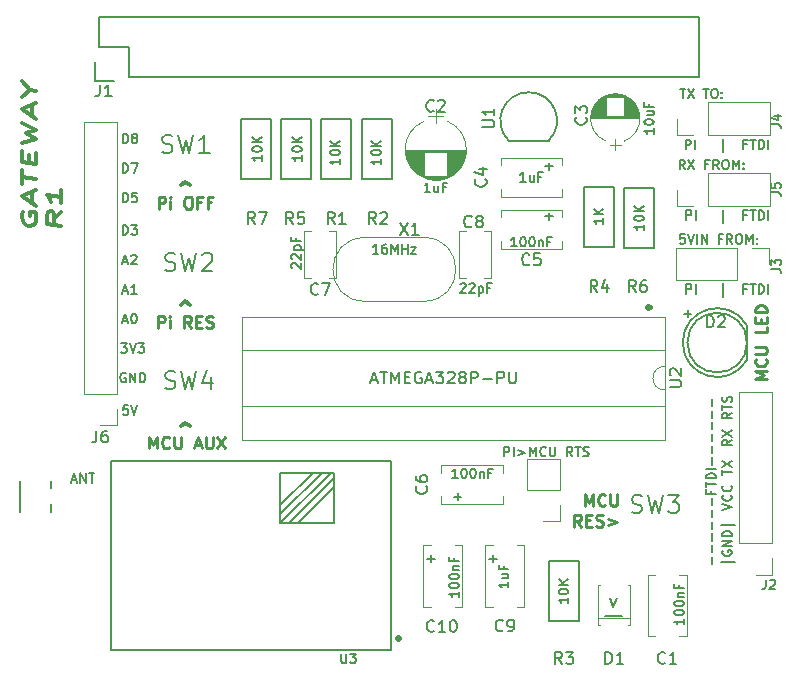
<source format=gto>
G04 #@! TF.FileFunction,Legend,Top*
%FSLAX46Y46*%
G04 Gerber Fmt 4.6, Leading zero omitted, Abs format (unit mm)*
G04 Created by KiCad (PCBNEW 4.0.6) date Thursday, 05 October 2017 'PMt' 05:20:15 PM*
%MOMM*%
%LPD*%
G01*
G04 APERTURE LIST*
%ADD10C,0.100000*%
%ADD11C,0.200000*%
%ADD12C,0.250000*%
%ADD13C,0.300000*%
%ADD14C,0.400000*%
%ADD15C,0.150000*%
%ADD16C,0.120000*%
%ADD17C,0.160000*%
G04 APERTURE END LIST*
D10*
D11*
X162188095Y-109111905D02*
X162188095Y-108311905D01*
X162492857Y-108311905D01*
X162569048Y-108350000D01*
X162607143Y-108388095D01*
X162645238Y-108464286D01*
X162645238Y-108578571D01*
X162607143Y-108654762D01*
X162569048Y-108692857D01*
X162492857Y-108730952D01*
X162188095Y-108730952D01*
X162988095Y-109111905D02*
X162988095Y-108311905D01*
X163369047Y-108578571D02*
X163978571Y-108807143D01*
X163369047Y-109035714D01*
X164359523Y-109111905D02*
X164359523Y-108311905D01*
X164626190Y-108883333D01*
X164892857Y-108311905D01*
X164892857Y-109111905D01*
X165730952Y-109035714D02*
X165692857Y-109073810D01*
X165578571Y-109111905D01*
X165502381Y-109111905D01*
X165388095Y-109073810D01*
X165311904Y-108997619D01*
X165273809Y-108921429D01*
X165235714Y-108769048D01*
X165235714Y-108654762D01*
X165273809Y-108502381D01*
X165311904Y-108426190D01*
X165388095Y-108350000D01*
X165502381Y-108311905D01*
X165578571Y-108311905D01*
X165692857Y-108350000D01*
X165730952Y-108388095D01*
X166073809Y-108311905D02*
X166073809Y-108959524D01*
X166111904Y-109035714D01*
X166150000Y-109073810D01*
X166226190Y-109111905D01*
X166378571Y-109111905D01*
X166454762Y-109073810D01*
X166492857Y-109035714D01*
X166530952Y-108959524D01*
X166530952Y-108311905D01*
X167978571Y-109111905D02*
X167711904Y-108730952D01*
X167521428Y-109111905D02*
X167521428Y-108311905D01*
X167826190Y-108311905D01*
X167902381Y-108350000D01*
X167940476Y-108388095D01*
X167978571Y-108464286D01*
X167978571Y-108578571D01*
X167940476Y-108654762D01*
X167902381Y-108692857D01*
X167826190Y-108730952D01*
X167521428Y-108730952D01*
X168207142Y-108311905D02*
X168664285Y-108311905D01*
X168435714Y-109111905D02*
X168435714Y-108311905D01*
X168892857Y-109073810D02*
X169007143Y-109111905D01*
X169197619Y-109111905D01*
X169273809Y-109073810D01*
X169311905Y-109035714D01*
X169350000Y-108959524D01*
X169350000Y-108883333D01*
X169311905Y-108807143D01*
X169273809Y-108769048D01*
X169197619Y-108730952D01*
X169045238Y-108692857D01*
X168969047Y-108654762D01*
X168930952Y-108616667D01*
X168892857Y-108540476D01*
X168892857Y-108464286D01*
X168930952Y-108388095D01*
X168969047Y-108350000D01*
X169045238Y-108311905D01*
X169235714Y-108311905D01*
X169350000Y-108350000D01*
X177445238Y-97057143D02*
X178054762Y-97057143D01*
X177750000Y-97361905D02*
X177750000Y-96752381D01*
D12*
X184452381Y-102595238D02*
X183452381Y-102595238D01*
X184166667Y-102261904D01*
X183452381Y-101928571D01*
X184452381Y-101928571D01*
X184357143Y-100880952D02*
X184404762Y-100928571D01*
X184452381Y-101071428D01*
X184452381Y-101166666D01*
X184404762Y-101309524D01*
X184309524Y-101404762D01*
X184214286Y-101452381D01*
X184023810Y-101500000D01*
X183880952Y-101500000D01*
X183690476Y-101452381D01*
X183595238Y-101404762D01*
X183500000Y-101309524D01*
X183452381Y-101166666D01*
X183452381Y-101071428D01*
X183500000Y-100928571D01*
X183547619Y-100880952D01*
X183452381Y-100452381D02*
X184261905Y-100452381D01*
X184357143Y-100404762D01*
X184404762Y-100357143D01*
X184452381Y-100261905D01*
X184452381Y-100071428D01*
X184404762Y-99976190D01*
X184357143Y-99928571D01*
X184261905Y-99880952D01*
X183452381Y-99880952D01*
X184452381Y-98166666D02*
X184452381Y-98642857D01*
X183452381Y-98642857D01*
X183928571Y-97833333D02*
X183928571Y-97499999D01*
X184452381Y-97357142D02*
X184452381Y-97833333D01*
X183452381Y-97833333D01*
X183452381Y-97357142D01*
X184452381Y-96928571D02*
X183452381Y-96928571D01*
X183452381Y-96690476D01*
X183500000Y-96547618D01*
X183595238Y-96452380D01*
X183690476Y-96404761D01*
X183880952Y-96357142D01*
X184023810Y-96357142D01*
X184214286Y-96404761D01*
X184309524Y-96452380D01*
X184404762Y-96547618D01*
X184452381Y-96690476D01*
X184452381Y-96928571D01*
X169047619Y-113327381D02*
X169047619Y-112327381D01*
X169380953Y-113041667D01*
X169714286Y-112327381D01*
X169714286Y-113327381D01*
X170761905Y-113232143D02*
X170714286Y-113279762D01*
X170571429Y-113327381D01*
X170476191Y-113327381D01*
X170333333Y-113279762D01*
X170238095Y-113184524D01*
X170190476Y-113089286D01*
X170142857Y-112898810D01*
X170142857Y-112755952D01*
X170190476Y-112565476D01*
X170238095Y-112470238D01*
X170333333Y-112375000D01*
X170476191Y-112327381D01*
X170571429Y-112327381D01*
X170714286Y-112375000D01*
X170761905Y-112422619D01*
X171190476Y-112327381D02*
X171190476Y-113136905D01*
X171238095Y-113232143D01*
X171285714Y-113279762D01*
X171380952Y-113327381D01*
X171571429Y-113327381D01*
X171666667Y-113279762D01*
X171714286Y-113232143D01*
X171761905Y-113136905D01*
X171761905Y-112327381D01*
X168714286Y-115077381D02*
X168380952Y-114601190D01*
X168142857Y-115077381D02*
X168142857Y-114077381D01*
X168523810Y-114077381D01*
X168619048Y-114125000D01*
X168666667Y-114172619D01*
X168714286Y-114267857D01*
X168714286Y-114410714D01*
X168666667Y-114505952D01*
X168619048Y-114553571D01*
X168523810Y-114601190D01*
X168142857Y-114601190D01*
X169142857Y-114553571D02*
X169476191Y-114553571D01*
X169619048Y-115077381D02*
X169142857Y-115077381D01*
X169142857Y-114077381D01*
X169619048Y-114077381D01*
X170000000Y-115029762D02*
X170142857Y-115077381D01*
X170380953Y-115077381D01*
X170476191Y-115029762D01*
X170523810Y-114982143D01*
X170571429Y-114886905D01*
X170571429Y-114791667D01*
X170523810Y-114696429D01*
X170476191Y-114648810D01*
X170380953Y-114601190D01*
X170190476Y-114553571D01*
X170095238Y-114505952D01*
X170047619Y-114458333D01*
X170000000Y-114363095D01*
X170000000Y-114267857D01*
X170047619Y-114172619D01*
X170095238Y-114125000D01*
X170190476Y-114077381D01*
X170428572Y-114077381D01*
X170571429Y-114125000D01*
X171000000Y-114410714D02*
X171761905Y-114696429D01*
X171000000Y-114982143D01*
D11*
X157945238Y-112557143D02*
X158554762Y-112557143D01*
X158250000Y-112861905D02*
X158250000Y-112252381D01*
X160945238Y-117807143D02*
X161554762Y-117807143D01*
X161250000Y-118111905D02*
X161250000Y-117502381D01*
X155695238Y-117807143D02*
X156304762Y-117807143D01*
X156000000Y-118111905D02*
X156000000Y-117502381D01*
X165695238Y-88807143D02*
X166304762Y-88807143D01*
X166000000Y-89111905D02*
X166000000Y-88502381D01*
X182719048Y-82692857D02*
X182452381Y-82692857D01*
X182452381Y-83111905D02*
X182452381Y-82311905D01*
X182833334Y-82311905D01*
X183023809Y-82311905D02*
X183480952Y-82311905D01*
X183252381Y-83111905D02*
X183252381Y-82311905D01*
X183747619Y-83111905D02*
X183747619Y-82311905D01*
X183938095Y-82311905D01*
X184052381Y-82350000D01*
X184128572Y-82426190D01*
X184166667Y-82502381D01*
X184204762Y-82654762D01*
X184204762Y-82769048D01*
X184166667Y-82921429D01*
X184128572Y-82997619D01*
X184052381Y-83073810D01*
X183938095Y-83111905D01*
X183747619Y-83111905D01*
X184547619Y-83111905D02*
X184547619Y-82311905D01*
X180750000Y-83378571D02*
X180750000Y-82235714D01*
X177550000Y-83111905D02*
X177550000Y-82311905D01*
X177854762Y-82311905D01*
X177930953Y-82350000D01*
X177969048Y-82388095D01*
X178007143Y-82464286D01*
X178007143Y-82578571D01*
X177969048Y-82654762D01*
X177930953Y-82692857D01*
X177854762Y-82730952D01*
X177550000Y-82730952D01*
X178350000Y-83111905D02*
X178350000Y-82311905D01*
X180750000Y-95628571D02*
X180750000Y-94485714D01*
X182719048Y-94942857D02*
X182452381Y-94942857D01*
X182452381Y-95361905D02*
X182452381Y-94561905D01*
X182833334Y-94561905D01*
X183023809Y-94561905D02*
X183480952Y-94561905D01*
X183252381Y-95361905D02*
X183252381Y-94561905D01*
X183747619Y-95361905D02*
X183747619Y-94561905D01*
X183938095Y-94561905D01*
X184052381Y-94600000D01*
X184128572Y-94676190D01*
X184166667Y-94752381D01*
X184204762Y-94904762D01*
X184204762Y-95019048D01*
X184166667Y-95171429D01*
X184128572Y-95247619D01*
X184052381Y-95323810D01*
X183938095Y-95361905D01*
X183747619Y-95361905D01*
X184547619Y-95361905D02*
X184547619Y-94561905D01*
X177600000Y-95361905D02*
X177600000Y-94561905D01*
X177904762Y-94561905D01*
X177980953Y-94600000D01*
X178019048Y-94638095D01*
X178057143Y-94714286D01*
X178057143Y-94828571D01*
X178019048Y-94904762D01*
X177980953Y-94942857D01*
X177904762Y-94980952D01*
X177600000Y-94980952D01*
X178400000Y-95361905D02*
X178400000Y-94561905D01*
X177473811Y-90311905D02*
X177092858Y-90311905D01*
X177054763Y-90692857D01*
X177092858Y-90654762D01*
X177169049Y-90616667D01*
X177359525Y-90616667D01*
X177435715Y-90654762D01*
X177473811Y-90692857D01*
X177511906Y-90769048D01*
X177511906Y-90959524D01*
X177473811Y-91035714D01*
X177435715Y-91073810D01*
X177359525Y-91111905D01*
X177169049Y-91111905D01*
X177092858Y-91073810D01*
X177054763Y-91035714D01*
X177740477Y-90311905D02*
X178007144Y-91111905D01*
X178273811Y-90311905D01*
X178540477Y-91111905D02*
X178540477Y-90311905D01*
X178921429Y-91111905D02*
X178921429Y-90311905D01*
X179378572Y-91111905D01*
X179378572Y-90311905D01*
X180635715Y-90692857D02*
X180369048Y-90692857D01*
X180369048Y-91111905D02*
X180369048Y-90311905D01*
X180750001Y-90311905D01*
X181511905Y-91111905D02*
X181245238Y-90730952D01*
X181054762Y-91111905D02*
X181054762Y-90311905D01*
X181359524Y-90311905D01*
X181435715Y-90350000D01*
X181473810Y-90388095D01*
X181511905Y-90464286D01*
X181511905Y-90578571D01*
X181473810Y-90654762D01*
X181435715Y-90692857D01*
X181359524Y-90730952D01*
X181054762Y-90730952D01*
X182007143Y-90311905D02*
X182159524Y-90311905D01*
X182235715Y-90350000D01*
X182311905Y-90426190D01*
X182350000Y-90578571D01*
X182350000Y-90845238D01*
X182311905Y-90997619D01*
X182235715Y-91073810D01*
X182159524Y-91111905D01*
X182007143Y-91111905D01*
X181930953Y-91073810D01*
X181854762Y-90997619D01*
X181816667Y-90845238D01*
X181816667Y-90578571D01*
X181854762Y-90426190D01*
X181930953Y-90350000D01*
X182007143Y-90311905D01*
X182692857Y-91111905D02*
X182692857Y-90311905D01*
X182959524Y-90883333D01*
X183226191Y-90311905D01*
X183226191Y-91111905D01*
X183607143Y-91035714D02*
X183645238Y-91073810D01*
X183607143Y-91111905D01*
X183569048Y-91073810D01*
X183607143Y-91035714D01*
X183607143Y-91111905D01*
X183607143Y-90616667D02*
X183645238Y-90654762D01*
X183607143Y-90692857D01*
X183569048Y-90654762D01*
X183607143Y-90616667D01*
X183607143Y-90692857D01*
X177502381Y-84811905D02*
X177235714Y-84430952D01*
X177045238Y-84811905D02*
X177045238Y-84011905D01*
X177350000Y-84011905D01*
X177426191Y-84050000D01*
X177464286Y-84088095D01*
X177502381Y-84164286D01*
X177502381Y-84278571D01*
X177464286Y-84354762D01*
X177426191Y-84392857D01*
X177350000Y-84430952D01*
X177045238Y-84430952D01*
X177769048Y-84011905D02*
X178302381Y-84811905D01*
X178302381Y-84011905D02*
X177769048Y-84811905D01*
X179483334Y-84392857D02*
X179216667Y-84392857D01*
X179216667Y-84811905D02*
X179216667Y-84011905D01*
X179597620Y-84011905D01*
X180359524Y-84811905D02*
X180092857Y-84430952D01*
X179902381Y-84811905D02*
X179902381Y-84011905D01*
X180207143Y-84011905D01*
X180283334Y-84050000D01*
X180321429Y-84088095D01*
X180359524Y-84164286D01*
X180359524Y-84278571D01*
X180321429Y-84354762D01*
X180283334Y-84392857D01*
X180207143Y-84430952D01*
X179902381Y-84430952D01*
X180854762Y-84011905D02*
X181007143Y-84011905D01*
X181083334Y-84050000D01*
X181159524Y-84126190D01*
X181197619Y-84278571D01*
X181197619Y-84545238D01*
X181159524Y-84697619D01*
X181083334Y-84773810D01*
X181007143Y-84811905D01*
X180854762Y-84811905D01*
X180778572Y-84773810D01*
X180702381Y-84697619D01*
X180664286Y-84545238D01*
X180664286Y-84278571D01*
X180702381Y-84126190D01*
X180778572Y-84050000D01*
X180854762Y-84011905D01*
X181540476Y-84811905D02*
X181540476Y-84011905D01*
X181807143Y-84583333D01*
X182073810Y-84011905D01*
X182073810Y-84811905D01*
X182454762Y-84735714D02*
X182492857Y-84773810D01*
X182454762Y-84811905D01*
X182416667Y-84773810D01*
X182454762Y-84735714D01*
X182454762Y-84811905D01*
X182454762Y-84316667D02*
X182492857Y-84354762D01*
X182454762Y-84392857D01*
X182416667Y-84354762D01*
X182454762Y-84316667D01*
X182454762Y-84392857D01*
X177071428Y-78011905D02*
X177528571Y-78011905D01*
X177300000Y-78811905D02*
X177300000Y-78011905D01*
X177719048Y-78011905D02*
X178252381Y-78811905D01*
X178252381Y-78011905D02*
X177719048Y-78811905D01*
X179052381Y-78011905D02*
X179509524Y-78011905D01*
X179280953Y-78811905D02*
X179280953Y-78011905D01*
X179928572Y-78011905D02*
X180080953Y-78011905D01*
X180157144Y-78050000D01*
X180233334Y-78126190D01*
X180271429Y-78278571D01*
X180271429Y-78545238D01*
X180233334Y-78697619D01*
X180157144Y-78773810D01*
X180080953Y-78811905D01*
X179928572Y-78811905D01*
X179852382Y-78773810D01*
X179776191Y-78697619D01*
X179738096Y-78545238D01*
X179738096Y-78278571D01*
X179776191Y-78126190D01*
X179852382Y-78050000D01*
X179928572Y-78011905D01*
X180614286Y-78735714D02*
X180652381Y-78773810D01*
X180614286Y-78811905D01*
X180576191Y-78773810D01*
X180614286Y-78735714D01*
X180614286Y-78811905D01*
X180614286Y-78316667D02*
X180652381Y-78354762D01*
X180614286Y-78392857D01*
X180576191Y-78354762D01*
X180614286Y-78316667D01*
X180614286Y-78392857D01*
X180750000Y-89378571D02*
X180750000Y-88235714D01*
X182719048Y-88692857D02*
X182452381Y-88692857D01*
X182452381Y-89111905D02*
X182452381Y-88311905D01*
X182833334Y-88311905D01*
X183023809Y-88311905D02*
X183480952Y-88311905D01*
X183252381Y-89111905D02*
X183252381Y-88311905D01*
X183747619Y-89111905D02*
X183747619Y-88311905D01*
X183938095Y-88311905D01*
X184052381Y-88350000D01*
X184128572Y-88426190D01*
X184166667Y-88502381D01*
X184204762Y-88654762D01*
X184204762Y-88769048D01*
X184166667Y-88921429D01*
X184128572Y-88997619D01*
X184052381Y-89073810D01*
X183938095Y-89111905D01*
X183747619Y-89111905D01*
X184547619Y-89111905D02*
X184547619Y-88311905D01*
X177600000Y-89111905D02*
X177600000Y-88311905D01*
X177904762Y-88311905D01*
X177980953Y-88350000D01*
X178019048Y-88388095D01*
X178057143Y-88464286D01*
X178057143Y-88578571D01*
X178019048Y-88654762D01*
X177980953Y-88692857D01*
X177904762Y-88730952D01*
X177600000Y-88730952D01*
X178400000Y-89111905D02*
X178400000Y-88311905D01*
D13*
X134819048Y-86195238D02*
X135200001Y-85909524D01*
X135580953Y-86195238D01*
X134819048Y-96295238D02*
X135200001Y-96009524D01*
X135580953Y-96295238D01*
X134819048Y-106595238D02*
X135200001Y-106309524D01*
X135580953Y-106595238D01*
D12*
X132938095Y-88152381D02*
X132938095Y-87152381D01*
X133319048Y-87152381D01*
X133414286Y-87200000D01*
X133461905Y-87247619D01*
X133509524Y-87342857D01*
X133509524Y-87485714D01*
X133461905Y-87580952D01*
X133414286Y-87628571D01*
X133319048Y-87676190D01*
X132938095Y-87676190D01*
X133938095Y-88152381D02*
X133938095Y-87485714D01*
X133938095Y-87152381D02*
X133890476Y-87200000D01*
X133938095Y-87247619D01*
X133985714Y-87200000D01*
X133938095Y-87152381D01*
X133938095Y-87247619D01*
X135366666Y-87152381D02*
X135557143Y-87152381D01*
X135652381Y-87200000D01*
X135747619Y-87295238D01*
X135795238Y-87485714D01*
X135795238Y-87819048D01*
X135747619Y-88009524D01*
X135652381Y-88104762D01*
X135557143Y-88152381D01*
X135366666Y-88152381D01*
X135271428Y-88104762D01*
X135176190Y-88009524D01*
X135128571Y-87819048D01*
X135128571Y-87485714D01*
X135176190Y-87295238D01*
X135271428Y-87200000D01*
X135366666Y-87152381D01*
X136557143Y-87628571D02*
X136223809Y-87628571D01*
X136223809Y-88152381D02*
X136223809Y-87152381D01*
X136700000Y-87152381D01*
X137414286Y-87628571D02*
X137080952Y-87628571D01*
X137080952Y-88152381D02*
X137080952Y-87152381D01*
X137557143Y-87152381D01*
X132890476Y-98252381D02*
X132890476Y-97252381D01*
X133271429Y-97252381D01*
X133366667Y-97300000D01*
X133414286Y-97347619D01*
X133461905Y-97442857D01*
X133461905Y-97585714D01*
X133414286Y-97680952D01*
X133366667Y-97728571D01*
X133271429Y-97776190D01*
X132890476Y-97776190D01*
X133890476Y-98252381D02*
X133890476Y-97585714D01*
X133890476Y-97252381D02*
X133842857Y-97300000D01*
X133890476Y-97347619D01*
X133938095Y-97300000D01*
X133890476Y-97252381D01*
X133890476Y-97347619D01*
X135700000Y-98252381D02*
X135366666Y-97776190D01*
X135128571Y-98252381D02*
X135128571Y-97252381D01*
X135509524Y-97252381D01*
X135604762Y-97300000D01*
X135652381Y-97347619D01*
X135700000Y-97442857D01*
X135700000Y-97585714D01*
X135652381Y-97680952D01*
X135604762Y-97728571D01*
X135509524Y-97776190D01*
X135128571Y-97776190D01*
X136128571Y-97728571D02*
X136461905Y-97728571D01*
X136604762Y-98252381D02*
X136128571Y-98252381D01*
X136128571Y-97252381D01*
X136604762Y-97252381D01*
X136985714Y-98204762D02*
X137128571Y-98252381D01*
X137366667Y-98252381D01*
X137461905Y-98204762D01*
X137509524Y-98157143D01*
X137557143Y-98061905D01*
X137557143Y-97966667D01*
X137509524Y-97871429D01*
X137461905Y-97823810D01*
X137366667Y-97776190D01*
X137176190Y-97728571D01*
X137080952Y-97680952D01*
X137033333Y-97633333D01*
X136985714Y-97538095D01*
X136985714Y-97442857D01*
X137033333Y-97347619D01*
X137080952Y-97300000D01*
X137176190Y-97252381D01*
X137414286Y-97252381D01*
X137557143Y-97300000D01*
X132133333Y-108452381D02*
X132133333Y-107452381D01*
X132466667Y-108166667D01*
X132800000Y-107452381D01*
X132800000Y-108452381D01*
X133847619Y-108357143D02*
X133800000Y-108404762D01*
X133657143Y-108452381D01*
X133561905Y-108452381D01*
X133419047Y-108404762D01*
X133323809Y-108309524D01*
X133276190Y-108214286D01*
X133228571Y-108023810D01*
X133228571Y-107880952D01*
X133276190Y-107690476D01*
X133323809Y-107595238D01*
X133419047Y-107500000D01*
X133561905Y-107452381D01*
X133657143Y-107452381D01*
X133800000Y-107500000D01*
X133847619Y-107547619D01*
X134276190Y-107452381D02*
X134276190Y-108261905D01*
X134323809Y-108357143D01*
X134371428Y-108404762D01*
X134466666Y-108452381D01*
X134657143Y-108452381D01*
X134752381Y-108404762D01*
X134800000Y-108357143D01*
X134847619Y-108261905D01*
X134847619Y-107452381D01*
X136038095Y-108166667D02*
X136514286Y-108166667D01*
X135942857Y-108452381D02*
X136276190Y-107452381D01*
X136609524Y-108452381D01*
X136942857Y-107452381D02*
X136942857Y-108261905D01*
X136990476Y-108357143D01*
X137038095Y-108404762D01*
X137133333Y-108452381D01*
X137323810Y-108452381D01*
X137419048Y-108404762D01*
X137466667Y-108357143D01*
X137514286Y-108261905D01*
X137514286Y-107452381D01*
X137895238Y-107452381D02*
X138561905Y-108452381D01*
X138561905Y-107452381D02*
X137895238Y-108452381D01*
D11*
X130347620Y-104811905D02*
X129966667Y-104811905D01*
X129928572Y-105192857D01*
X129966667Y-105154762D01*
X130042858Y-105116667D01*
X130233334Y-105116667D01*
X130309524Y-105154762D01*
X130347620Y-105192857D01*
X130385715Y-105269048D01*
X130385715Y-105459524D01*
X130347620Y-105535714D01*
X130309524Y-105573810D01*
X130233334Y-105611905D01*
X130042858Y-105611905D01*
X129966667Y-105573810D01*
X129928572Y-105535714D01*
X130614286Y-104811905D02*
X130880953Y-105611905D01*
X131147620Y-104811905D01*
X130140477Y-102100000D02*
X130064286Y-102061905D01*
X129950001Y-102061905D01*
X129835715Y-102100000D01*
X129759524Y-102176190D01*
X129721429Y-102252381D01*
X129683334Y-102404762D01*
X129683334Y-102519048D01*
X129721429Y-102671429D01*
X129759524Y-102747619D01*
X129835715Y-102823810D01*
X129950001Y-102861905D01*
X130026191Y-102861905D01*
X130140477Y-102823810D01*
X130178572Y-102785714D01*
X130178572Y-102519048D01*
X130026191Y-102519048D01*
X130521429Y-102861905D02*
X130521429Y-102061905D01*
X130978572Y-102861905D01*
X130978572Y-102061905D01*
X131359524Y-102861905D02*
X131359524Y-102061905D01*
X131550000Y-102061905D01*
X131664286Y-102100000D01*
X131740477Y-102176190D01*
X131778572Y-102252381D01*
X131816667Y-102404762D01*
X131816667Y-102519048D01*
X131778572Y-102671429D01*
X131740477Y-102747619D01*
X131664286Y-102823810D01*
X131550000Y-102861905D01*
X131359524Y-102861905D01*
X129928572Y-95133333D02*
X130309524Y-95133333D01*
X129852381Y-95361905D02*
X130119048Y-94561905D01*
X130385715Y-95361905D01*
X131071429Y-95361905D02*
X130614286Y-95361905D01*
X130842857Y-95361905D02*
X130842857Y-94561905D01*
X130766667Y-94676190D01*
X130690476Y-94752381D01*
X130614286Y-94790476D01*
X129928572Y-97633333D02*
X130309524Y-97633333D01*
X129852381Y-97861905D02*
X130119048Y-97061905D01*
X130385715Y-97861905D01*
X130804762Y-97061905D02*
X130880953Y-97061905D01*
X130957143Y-97100000D01*
X130995238Y-97138095D01*
X131033334Y-97214286D01*
X131071429Y-97366667D01*
X131071429Y-97557143D01*
X131033334Y-97709524D01*
X130995238Y-97785714D01*
X130957143Y-97823810D01*
X130880953Y-97861905D01*
X130804762Y-97861905D01*
X130728572Y-97823810D01*
X130690476Y-97785714D01*
X130652381Y-97709524D01*
X130614286Y-97557143D01*
X130614286Y-97366667D01*
X130652381Y-97214286D01*
X130690476Y-97138095D01*
X130728572Y-97100000D01*
X130804762Y-97061905D01*
X129928572Y-92633333D02*
X130309524Y-92633333D01*
X129852381Y-92861905D02*
X130119048Y-92061905D01*
X130385715Y-92861905D01*
X130614286Y-92138095D02*
X130652381Y-92100000D01*
X130728572Y-92061905D01*
X130919048Y-92061905D01*
X130995238Y-92100000D01*
X131033334Y-92138095D01*
X131071429Y-92214286D01*
X131071429Y-92290476D01*
X131033334Y-92404762D01*
X130576191Y-92861905D01*
X131071429Y-92861905D01*
X129909524Y-90361905D02*
X129909524Y-89561905D01*
X130100000Y-89561905D01*
X130214286Y-89600000D01*
X130290477Y-89676190D01*
X130328572Y-89752381D01*
X130366667Y-89904762D01*
X130366667Y-90019048D01*
X130328572Y-90171429D01*
X130290477Y-90247619D01*
X130214286Y-90323810D01*
X130100000Y-90361905D01*
X129909524Y-90361905D01*
X130633334Y-89561905D02*
X131128572Y-89561905D01*
X130861905Y-89866667D01*
X130976191Y-89866667D01*
X131052381Y-89904762D01*
X131090477Y-89942857D01*
X131128572Y-90019048D01*
X131128572Y-90209524D01*
X131090477Y-90285714D01*
X131052381Y-90323810D01*
X130976191Y-90361905D01*
X130747619Y-90361905D01*
X130671429Y-90323810D01*
X130633334Y-90285714D01*
X129909524Y-87611905D02*
X129909524Y-86811905D01*
X130100000Y-86811905D01*
X130214286Y-86850000D01*
X130290477Y-86926190D01*
X130328572Y-87002381D01*
X130366667Y-87154762D01*
X130366667Y-87269048D01*
X130328572Y-87421429D01*
X130290477Y-87497619D01*
X130214286Y-87573810D01*
X130100000Y-87611905D01*
X129909524Y-87611905D01*
X131090477Y-86811905D02*
X130709524Y-86811905D01*
X130671429Y-87192857D01*
X130709524Y-87154762D01*
X130785715Y-87116667D01*
X130976191Y-87116667D01*
X131052381Y-87154762D01*
X131090477Y-87192857D01*
X131128572Y-87269048D01*
X131128572Y-87459524D01*
X131090477Y-87535714D01*
X131052381Y-87573810D01*
X130976191Y-87611905D01*
X130785715Y-87611905D01*
X130709524Y-87573810D01*
X130671429Y-87535714D01*
X129909524Y-85111905D02*
X129909524Y-84311905D01*
X130100000Y-84311905D01*
X130214286Y-84350000D01*
X130290477Y-84426190D01*
X130328572Y-84502381D01*
X130366667Y-84654762D01*
X130366667Y-84769048D01*
X130328572Y-84921429D01*
X130290477Y-84997619D01*
X130214286Y-85073810D01*
X130100000Y-85111905D01*
X129909524Y-85111905D01*
X130633334Y-84311905D02*
X131166667Y-84311905D01*
X130823810Y-85111905D01*
X165695238Y-84557143D02*
X166304762Y-84557143D01*
X166000000Y-84861905D02*
X166000000Y-84252381D01*
D14*
X174314286Y-96500000D02*
X174409524Y-96404761D01*
X174504762Y-96500000D01*
X174409524Y-96595238D01*
X174314286Y-96500000D01*
X174504762Y-96500000D01*
D11*
X144750000Y-114750000D02*
X147750000Y-111750000D01*
X144000000Y-114750000D02*
X147750000Y-111000000D01*
X146000000Y-110500000D02*
X146250000Y-110500000D01*
X143250000Y-113250000D02*
X146000000Y-110500000D01*
X143250000Y-114000000D02*
X146750000Y-110500000D01*
X147500000Y-110500000D02*
X147750000Y-110500000D01*
X143250000Y-114750000D02*
X147500000Y-110500000D01*
X147750000Y-110500000D02*
X147750000Y-114750000D01*
X143250000Y-110500000D02*
X147750000Y-110500000D01*
X143250000Y-114750000D02*
X143250000Y-110500000D01*
X147750000Y-114750000D02*
X143250000Y-114750000D01*
D13*
X121450000Y-88426190D02*
X121392857Y-88609524D01*
X121392857Y-88895238D01*
X121450000Y-89188095D01*
X121564286Y-89392857D01*
X121678571Y-89502381D01*
X121907143Y-89626191D01*
X122078571Y-89647619D01*
X122307143Y-89580953D01*
X122421429Y-89500000D01*
X122535714Y-89323809D01*
X122592857Y-89045238D01*
X122592857Y-88854762D01*
X122535714Y-88561904D01*
X122478571Y-88459523D01*
X122078571Y-88409523D01*
X122078571Y-88790476D01*
X122250000Y-87669048D02*
X122250000Y-86716667D01*
X122592857Y-87902381D02*
X121392857Y-87085714D01*
X122592857Y-86569047D01*
X121392857Y-86038095D02*
X121392857Y-84895238D01*
X122592857Y-85616666D02*
X121392857Y-85466666D01*
X121964286Y-84300000D02*
X121964286Y-83633333D01*
X122592857Y-83426190D02*
X122592857Y-84378571D01*
X121392857Y-84228571D01*
X121392857Y-83276190D01*
X121392857Y-82609523D02*
X122592857Y-82283332D01*
X121735714Y-81795237D01*
X122592857Y-81521427D01*
X121392857Y-80895237D01*
X122250000Y-80335714D02*
X122250000Y-79383333D01*
X122592857Y-80569047D02*
X121392857Y-79752380D01*
X122592857Y-79235713D01*
X122021429Y-78116666D02*
X122592857Y-78188094D01*
X121392857Y-78704761D02*
X122021429Y-78116666D01*
X121392857Y-77371427D01*
X124692857Y-88473809D02*
X124121429Y-89069048D01*
X124692857Y-89616667D02*
X123492857Y-89466667D01*
X123492857Y-88704762D01*
X123550000Y-88521429D01*
X123607143Y-88433333D01*
X123721429Y-88352381D01*
X123892857Y-88373809D01*
X124007143Y-88483333D01*
X124064286Y-88585715D01*
X124121429Y-88783334D01*
X124121429Y-89545239D01*
X124692857Y-86569047D02*
X124692857Y-87711905D01*
X124692857Y-87140476D02*
X123492857Y-86990476D01*
X123664286Y-87202381D01*
X123778571Y-87407142D01*
X123835714Y-87604762D01*
D11*
X171714286Y-121142857D02*
X171428571Y-121904762D01*
X171142857Y-121142857D01*
X170714286Y-122619047D02*
X172142857Y-122619047D01*
D14*
X153114286Y-124500000D02*
X153209524Y-124404761D01*
X153304762Y-124500000D01*
X153209524Y-124595238D01*
X153114286Y-124500000D01*
X153304762Y-124500000D01*
D11*
X179807143Y-118240475D02*
X179807143Y-117630951D01*
X179807143Y-117249999D02*
X179807143Y-116640475D01*
X179807143Y-116259523D02*
X179807143Y-115649999D01*
X179807143Y-115269047D02*
X179807143Y-114659523D01*
X179807143Y-114278571D02*
X179807143Y-113669047D01*
X179807143Y-113288095D02*
X179807143Y-112678571D01*
X179692857Y-112030952D02*
X179692857Y-112297619D01*
X180111905Y-112297619D02*
X179311905Y-112297619D01*
X179311905Y-111916666D01*
X179311905Y-111726191D02*
X179311905Y-111269048D01*
X180111905Y-111497619D02*
X179311905Y-111497619D01*
X180111905Y-111002381D02*
X179311905Y-111002381D01*
X179311905Y-110811905D01*
X179350000Y-110697619D01*
X179426190Y-110621428D01*
X179502381Y-110583333D01*
X179654762Y-110545238D01*
X179769048Y-110545238D01*
X179921429Y-110583333D01*
X179997619Y-110621428D01*
X180073810Y-110697619D01*
X180111905Y-110811905D01*
X180111905Y-111002381D01*
X180111905Y-110202381D02*
X179311905Y-110202381D01*
X179807143Y-109821429D02*
X179807143Y-109211905D01*
X179807143Y-108830953D02*
X179807143Y-108221429D01*
X179807143Y-107840477D02*
X179807143Y-107230953D01*
X179807143Y-106850001D02*
X179807143Y-106240477D01*
X179807143Y-105859525D02*
X179807143Y-105250001D01*
X179807143Y-104869049D02*
X179807143Y-104259525D01*
X129909524Y-82611905D02*
X129909524Y-81811905D01*
X130100000Y-81811905D01*
X130214286Y-81850000D01*
X130290477Y-81926190D01*
X130328572Y-82002381D01*
X130366667Y-82154762D01*
X130366667Y-82269048D01*
X130328572Y-82421429D01*
X130290477Y-82497619D01*
X130214286Y-82573810D01*
X130100000Y-82611905D01*
X129909524Y-82611905D01*
X130823810Y-82154762D02*
X130747619Y-82116667D01*
X130709524Y-82078571D01*
X130671429Y-82002381D01*
X130671429Y-81964286D01*
X130709524Y-81888095D01*
X130747619Y-81850000D01*
X130823810Y-81811905D01*
X130976191Y-81811905D01*
X131052381Y-81850000D01*
X131090477Y-81888095D01*
X131128572Y-81964286D01*
X131128572Y-82002381D01*
X131090477Y-82078571D01*
X131052381Y-82116667D01*
X130976191Y-82154762D01*
X130823810Y-82154762D01*
X130747619Y-82192857D01*
X130709524Y-82230952D01*
X130671429Y-82307143D01*
X130671429Y-82459524D01*
X130709524Y-82535714D01*
X130747619Y-82573810D01*
X130823810Y-82611905D01*
X130976191Y-82611905D01*
X131052381Y-82573810D01*
X131090477Y-82535714D01*
X131128572Y-82459524D01*
X131128572Y-82307143D01*
X131090477Y-82230952D01*
X131052381Y-82192857D01*
X130976191Y-82154762D01*
X129759524Y-99561905D02*
X130254762Y-99561905D01*
X129988095Y-99866667D01*
X130102381Y-99866667D01*
X130178571Y-99904762D01*
X130216667Y-99942857D01*
X130254762Y-100019048D01*
X130254762Y-100209524D01*
X130216667Y-100285714D01*
X130178571Y-100323810D01*
X130102381Y-100361905D01*
X129873809Y-100361905D01*
X129797619Y-100323810D01*
X129759524Y-100285714D01*
X130483333Y-99561905D02*
X130750000Y-100361905D01*
X131016667Y-99561905D01*
X131207143Y-99561905D02*
X131702381Y-99561905D01*
X131435714Y-99866667D01*
X131550000Y-99866667D01*
X131626190Y-99904762D01*
X131664286Y-99942857D01*
X131702381Y-100019048D01*
X131702381Y-100209524D01*
X131664286Y-100285714D01*
X131626190Y-100323810D01*
X131550000Y-100361905D01*
X131321428Y-100361905D01*
X131245238Y-100323810D01*
X131207143Y-100285714D01*
X181461905Y-105438095D02*
X181080952Y-105704762D01*
X181461905Y-105895238D02*
X180661905Y-105895238D01*
X180661905Y-105590476D01*
X180700000Y-105514285D01*
X180738095Y-105476190D01*
X180814286Y-105438095D01*
X180928571Y-105438095D01*
X181004762Y-105476190D01*
X181042857Y-105514285D01*
X181080952Y-105590476D01*
X181080952Y-105895238D01*
X180661905Y-105209524D02*
X180661905Y-104752381D01*
X181461905Y-104980952D02*
X180661905Y-104980952D01*
X181423810Y-104523809D02*
X181461905Y-104409523D01*
X181461905Y-104219047D01*
X181423810Y-104142857D01*
X181385714Y-104104761D01*
X181309524Y-104066666D01*
X181233333Y-104066666D01*
X181157143Y-104104761D01*
X181119048Y-104142857D01*
X181080952Y-104219047D01*
X181042857Y-104371428D01*
X181004762Y-104447619D01*
X180966667Y-104485714D01*
X180890476Y-104523809D01*
X180814286Y-104523809D01*
X180738095Y-104485714D01*
X180700000Y-104447619D01*
X180661905Y-104371428D01*
X180661905Y-104180952D01*
X180700000Y-104066666D01*
X181461905Y-107733333D02*
X181080952Y-108000000D01*
X181461905Y-108190476D02*
X180661905Y-108190476D01*
X180661905Y-107885714D01*
X180700000Y-107809523D01*
X180738095Y-107771428D01*
X180814286Y-107733333D01*
X180928571Y-107733333D01*
X181004762Y-107771428D01*
X181042857Y-107809523D01*
X181080952Y-107885714D01*
X181080952Y-108190476D01*
X180661905Y-107466666D02*
X181461905Y-106933333D01*
X180661905Y-106933333D02*
X181461905Y-107466666D01*
X180661905Y-110709524D02*
X180661905Y-110252381D01*
X181461905Y-110480952D02*
X180661905Y-110480952D01*
X180661905Y-110061904D02*
X181461905Y-109528571D01*
X180661905Y-109528571D02*
X181461905Y-110061904D01*
X180661905Y-113666667D02*
X181461905Y-113400000D01*
X180661905Y-113133333D01*
X181385714Y-112409524D02*
X181423810Y-112447619D01*
X181461905Y-112561905D01*
X181461905Y-112638095D01*
X181423810Y-112752381D01*
X181347619Y-112828572D01*
X181271429Y-112866667D01*
X181119048Y-112904762D01*
X181004762Y-112904762D01*
X180852381Y-112866667D01*
X180776190Y-112828572D01*
X180700000Y-112752381D01*
X180661905Y-112638095D01*
X180661905Y-112561905D01*
X180700000Y-112447619D01*
X180738095Y-112409524D01*
X181385714Y-111609524D02*
X181423810Y-111647619D01*
X181461905Y-111761905D01*
X181461905Y-111838095D01*
X181423810Y-111952381D01*
X181347619Y-112028572D01*
X181271429Y-112066667D01*
X181119048Y-112104762D01*
X181004762Y-112104762D01*
X180852381Y-112066667D01*
X180776190Y-112028572D01*
X180700000Y-111952381D01*
X180661905Y-111838095D01*
X180661905Y-111761905D01*
X180700000Y-111647619D01*
X180738095Y-111609524D01*
X181728571Y-118100000D02*
X180585714Y-118100000D01*
X180700000Y-117109523D02*
X180661905Y-117185714D01*
X180661905Y-117299999D01*
X180700000Y-117414285D01*
X180776190Y-117490476D01*
X180852381Y-117528571D01*
X181004762Y-117566666D01*
X181119048Y-117566666D01*
X181271429Y-117528571D01*
X181347619Y-117490476D01*
X181423810Y-117414285D01*
X181461905Y-117299999D01*
X181461905Y-117223809D01*
X181423810Y-117109523D01*
X181385714Y-117071428D01*
X181119048Y-117071428D01*
X181119048Y-117223809D01*
X181461905Y-116728571D02*
X180661905Y-116728571D01*
X181461905Y-116271428D01*
X180661905Y-116271428D01*
X181461905Y-115890476D02*
X180661905Y-115890476D01*
X180661905Y-115700000D01*
X180700000Y-115585714D01*
X180776190Y-115509523D01*
X180852381Y-115471428D01*
X181004762Y-115433333D01*
X181119048Y-115433333D01*
X181271429Y-115471428D01*
X181347619Y-115509523D01*
X181423810Y-115585714D01*
X181461905Y-115700000D01*
X181461905Y-115890476D01*
X181728571Y-114900000D02*
X180585714Y-114900000D01*
D15*
X139930000Y-85630000D02*
X139930000Y-80550000D01*
X139930000Y-80550000D02*
X142470000Y-80550000D01*
X142470000Y-80550000D02*
X142470000Y-85630000D01*
X142470000Y-85630000D02*
X139930000Y-85630000D01*
D16*
X167110000Y-91560000D02*
X161890000Y-91560000D01*
X167110000Y-88240000D02*
X161890000Y-88240000D01*
X167110000Y-91560000D02*
X167110000Y-90896000D01*
X167110000Y-88904000D02*
X167110000Y-88240000D01*
X161890000Y-91560000D02*
X161890000Y-90896000D01*
X161890000Y-88904000D02*
X161890000Y-88240000D01*
X156890000Y-109840000D02*
X162110000Y-109840000D01*
X156890000Y-113160000D02*
X162110000Y-113160000D01*
X156890000Y-109840000D02*
X156890000Y-110504000D01*
X156890000Y-112496000D02*
X156890000Y-113160000D01*
X162110000Y-109840000D02*
X162110000Y-110504000D01*
X162110000Y-112496000D02*
X162110000Y-113160000D01*
X160590000Y-121860000D02*
X160590000Y-116640000D01*
X163910000Y-121860000D02*
X163910000Y-116640000D01*
X160590000Y-121860000D02*
X161254000Y-121860000D01*
X163246000Y-121860000D02*
X163910000Y-121860000D01*
X160590000Y-116640000D02*
X161254000Y-116640000D01*
X163246000Y-116640000D02*
X163910000Y-116640000D01*
X155340000Y-121860000D02*
X155340000Y-116640000D01*
X158660000Y-121860000D02*
X158660000Y-116640000D01*
X155340000Y-121860000D02*
X156004000Y-121860000D01*
X157996000Y-121860000D02*
X158660000Y-121860000D01*
X155340000Y-116640000D02*
X156004000Y-116640000D01*
X157996000Y-116640000D02*
X158660000Y-116640000D01*
X170320000Y-123370000D02*
X170140000Y-123370000D01*
X170140000Y-123370000D02*
X170140000Y-120050000D01*
X170140000Y-120050000D02*
X170320000Y-120050000D01*
X172680000Y-123370000D02*
X172860000Y-123370000D01*
X172860000Y-123370000D02*
X172860000Y-120050000D01*
X172860000Y-120050000D02*
X172680000Y-120050000D01*
X170140000Y-122830000D02*
X172860000Y-122830000D01*
X184890000Y-116480000D02*
X184890000Y-103660000D01*
X184890000Y-103660000D02*
X182110000Y-103660000D01*
X182110000Y-103660000D02*
X182110000Y-116480000D01*
X182110000Y-116480000D02*
X184890000Y-116480000D01*
X184890000Y-117750000D02*
X184890000Y-119140000D01*
X184890000Y-119140000D02*
X183500000Y-119140000D01*
D15*
X146730000Y-85630000D02*
X146730000Y-80550000D01*
X146730000Y-80550000D02*
X149270000Y-80550000D01*
X149270000Y-80550000D02*
X149270000Y-85630000D01*
X149270000Y-85630000D02*
X146730000Y-85630000D01*
X150130000Y-85630000D02*
X150130000Y-80550000D01*
X150130000Y-80550000D02*
X152670000Y-80550000D01*
X152670000Y-80550000D02*
X152670000Y-85630000D01*
X152670000Y-85630000D02*
X150130000Y-85630000D01*
X168520000Y-118020000D02*
X168520000Y-123100000D01*
X168520000Y-123100000D02*
X165980000Y-123100000D01*
X165980000Y-123100000D02*
X165980000Y-118020000D01*
X165980000Y-118020000D02*
X168520000Y-118020000D01*
X168930000Y-91430000D02*
X168930000Y-86350000D01*
X168930000Y-86350000D02*
X171470000Y-86350000D01*
X171470000Y-86350000D02*
X171470000Y-91430000D01*
X171470000Y-91430000D02*
X168930000Y-91430000D01*
X143330000Y-85630000D02*
X143330000Y-80550000D01*
X143330000Y-80550000D02*
X145870000Y-80550000D01*
X145870000Y-80550000D02*
X145870000Y-85630000D01*
X145870000Y-85630000D02*
X143330000Y-85630000D01*
X174870000Y-86370000D02*
X174870000Y-91450000D01*
X174870000Y-91450000D02*
X172330000Y-91450000D01*
X172330000Y-91450000D02*
X172330000Y-86370000D01*
X172330000Y-86370000D02*
X174870000Y-86370000D01*
X162570000Y-82400000D02*
X165970000Y-82400000D01*
X162572944Y-82397056D02*
G75*
G02X164270000Y-78300000I1697056J1697056D01*
G01*
X165967056Y-82397056D02*
G75*
G03X164270000Y-78300000I-1697056J1697056D01*
G01*
D16*
X175790000Y-103510000D02*
G75*
G02X175790000Y-101510000I0J1000000D01*
G01*
X175790000Y-101510000D02*
X175790000Y-100140000D01*
X175790000Y-100140000D02*
X139990000Y-100140000D01*
X139990000Y-100140000D02*
X139990000Y-104880000D01*
X139990000Y-104880000D02*
X175790000Y-104880000D01*
X175790000Y-104880000D02*
X175790000Y-103510000D01*
X175790000Y-97310000D02*
X139990000Y-97310000D01*
X139990000Y-97310000D02*
X139990000Y-107710000D01*
X139990000Y-107710000D02*
X175790000Y-107710000D01*
X175790000Y-107710000D02*
X175790000Y-97310000D01*
X155400000Y-90600000D02*
G75*
G02X155400000Y-96000000I0J-2700000D01*
G01*
X150400000Y-90600000D02*
G75*
G03X150400000Y-96000000I0J-2700000D01*
G01*
X155400000Y-96000000D02*
X150400000Y-96000000D01*
X155400000Y-90600000D02*
X150400000Y-90600000D01*
X167110000Y-87160000D02*
X161890000Y-87160000D01*
X167110000Y-83840000D02*
X161890000Y-83840000D01*
X167110000Y-87160000D02*
X167110000Y-86496000D01*
X167110000Y-84504000D02*
X167110000Y-83840000D01*
X161890000Y-87160000D02*
X161890000Y-86496000D01*
X161890000Y-84504000D02*
X161890000Y-83840000D01*
D15*
X123800000Y-113200000D02*
X123800000Y-113800000D01*
X123800000Y-111200000D02*
X123800000Y-111800000D01*
X121200000Y-111200000D02*
X121200000Y-113800000D01*
D16*
X174340000Y-124360000D02*
X174340000Y-119140000D01*
X177660000Y-124360000D02*
X177660000Y-119140000D01*
X174340000Y-124360000D02*
X175004000Y-124360000D01*
X176996000Y-124360000D02*
X177660000Y-124360000D01*
X174340000Y-119140000D02*
X175004000Y-119140000D01*
X176996000Y-119140000D02*
X177660000Y-119140000D01*
X157381400Y-85546863D02*
G75*
G03X157380000Y-80752564I-981400J2396863D01*
G01*
X155418600Y-85546863D02*
G75*
G02X155420000Y-80752564I981400J2396863D01*
G01*
X155418600Y-85546863D02*
G75*
G03X157380000Y-85547436I981400J2396863D01*
G01*
X158950000Y-83150000D02*
X153850000Y-83150000D01*
X158950000Y-83190000D02*
X153850000Y-83190000D01*
X158949000Y-83230000D02*
X153851000Y-83230000D01*
X158948000Y-83270000D02*
X153852000Y-83270000D01*
X158946000Y-83310000D02*
X153854000Y-83310000D01*
X158943000Y-83350000D02*
X153857000Y-83350000D01*
X158939000Y-83390000D02*
X153861000Y-83390000D01*
X158935000Y-83430000D02*
X157380000Y-83430000D01*
X155420000Y-83430000D02*
X153865000Y-83430000D01*
X158931000Y-83470000D02*
X157380000Y-83470000D01*
X155420000Y-83470000D02*
X153869000Y-83470000D01*
X158925000Y-83510000D02*
X157380000Y-83510000D01*
X155420000Y-83510000D02*
X153875000Y-83510000D01*
X158919000Y-83550000D02*
X157380000Y-83550000D01*
X155420000Y-83550000D02*
X153881000Y-83550000D01*
X158913000Y-83590000D02*
X157380000Y-83590000D01*
X155420000Y-83590000D02*
X153887000Y-83590000D01*
X158906000Y-83630000D02*
X157380000Y-83630000D01*
X155420000Y-83630000D02*
X153894000Y-83630000D01*
X158898000Y-83670000D02*
X157380000Y-83670000D01*
X155420000Y-83670000D02*
X153902000Y-83670000D01*
X158889000Y-83710000D02*
X157380000Y-83710000D01*
X155420000Y-83710000D02*
X153911000Y-83710000D01*
X158880000Y-83750000D02*
X157380000Y-83750000D01*
X155420000Y-83750000D02*
X153920000Y-83750000D01*
X158870000Y-83790000D02*
X157380000Y-83790000D01*
X155420000Y-83790000D02*
X153930000Y-83790000D01*
X158860000Y-83830000D02*
X157380000Y-83830000D01*
X155420000Y-83830000D02*
X153940000Y-83830000D01*
X158848000Y-83871000D02*
X157380000Y-83871000D01*
X155420000Y-83871000D02*
X153952000Y-83871000D01*
X158836000Y-83911000D02*
X157380000Y-83911000D01*
X155420000Y-83911000D02*
X153964000Y-83911000D01*
X158824000Y-83951000D02*
X157380000Y-83951000D01*
X155420000Y-83951000D02*
X153976000Y-83951000D01*
X158810000Y-83991000D02*
X157380000Y-83991000D01*
X155420000Y-83991000D02*
X153990000Y-83991000D01*
X158796000Y-84031000D02*
X157380000Y-84031000D01*
X155420000Y-84031000D02*
X154004000Y-84031000D01*
X158782000Y-84071000D02*
X157380000Y-84071000D01*
X155420000Y-84071000D02*
X154018000Y-84071000D01*
X158766000Y-84111000D02*
X157380000Y-84111000D01*
X155420000Y-84111000D02*
X154034000Y-84111000D01*
X158750000Y-84151000D02*
X157380000Y-84151000D01*
X155420000Y-84151000D02*
X154050000Y-84151000D01*
X158733000Y-84191000D02*
X157380000Y-84191000D01*
X155420000Y-84191000D02*
X154067000Y-84191000D01*
X158715000Y-84231000D02*
X157380000Y-84231000D01*
X155420000Y-84231000D02*
X154085000Y-84231000D01*
X158696000Y-84271000D02*
X157380000Y-84271000D01*
X155420000Y-84271000D02*
X154104000Y-84271000D01*
X158676000Y-84311000D02*
X157380000Y-84311000D01*
X155420000Y-84311000D02*
X154124000Y-84311000D01*
X158656000Y-84351000D02*
X157380000Y-84351000D01*
X155420000Y-84351000D02*
X154144000Y-84351000D01*
X158634000Y-84391000D02*
X157380000Y-84391000D01*
X155420000Y-84391000D02*
X154166000Y-84391000D01*
X158612000Y-84431000D02*
X157380000Y-84431000D01*
X155420000Y-84431000D02*
X154188000Y-84431000D01*
X158589000Y-84471000D02*
X157380000Y-84471000D01*
X155420000Y-84471000D02*
X154211000Y-84471000D01*
X158565000Y-84511000D02*
X157380000Y-84511000D01*
X155420000Y-84511000D02*
X154235000Y-84511000D01*
X158540000Y-84551000D02*
X157380000Y-84551000D01*
X155420000Y-84551000D02*
X154260000Y-84551000D01*
X158513000Y-84591000D02*
X157380000Y-84591000D01*
X155420000Y-84591000D02*
X154287000Y-84591000D01*
X158486000Y-84631000D02*
X157380000Y-84631000D01*
X155420000Y-84631000D02*
X154314000Y-84631000D01*
X158458000Y-84671000D02*
X157380000Y-84671000D01*
X155420000Y-84671000D02*
X154342000Y-84671000D01*
X158428000Y-84711000D02*
X157380000Y-84711000D01*
X155420000Y-84711000D02*
X154372000Y-84711000D01*
X158397000Y-84751000D02*
X157380000Y-84751000D01*
X155420000Y-84751000D02*
X154403000Y-84751000D01*
X158365000Y-84791000D02*
X157380000Y-84791000D01*
X155420000Y-84791000D02*
X154435000Y-84791000D01*
X158332000Y-84831000D02*
X157380000Y-84831000D01*
X155420000Y-84831000D02*
X154468000Y-84831000D01*
X158297000Y-84871000D02*
X157380000Y-84871000D01*
X155420000Y-84871000D02*
X154503000Y-84871000D01*
X158261000Y-84911000D02*
X157380000Y-84911000D01*
X155420000Y-84911000D02*
X154539000Y-84911000D01*
X158223000Y-84951000D02*
X157380000Y-84951000D01*
X155420000Y-84951000D02*
X154577000Y-84951000D01*
X158183000Y-84991000D02*
X157380000Y-84991000D01*
X155420000Y-84991000D02*
X154617000Y-84991000D01*
X158142000Y-85031000D02*
X157380000Y-85031000D01*
X155420000Y-85031000D02*
X154658000Y-85031000D01*
X158099000Y-85071000D02*
X157380000Y-85071000D01*
X155420000Y-85071000D02*
X154701000Y-85071000D01*
X158054000Y-85111000D02*
X157380000Y-85111000D01*
X155420000Y-85111000D02*
X154746000Y-85111000D01*
X158006000Y-85151000D02*
X157380000Y-85151000D01*
X155420000Y-85151000D02*
X154794000Y-85151000D01*
X157956000Y-85191000D02*
X157380000Y-85191000D01*
X155420000Y-85191000D02*
X154844000Y-85191000D01*
X157904000Y-85231000D02*
X157380000Y-85231000D01*
X155420000Y-85231000D02*
X154896000Y-85231000D01*
X157848000Y-85271000D02*
X157380000Y-85271000D01*
X155420000Y-85271000D02*
X154952000Y-85271000D01*
X157790000Y-85311000D02*
X157380000Y-85311000D01*
X155420000Y-85311000D02*
X155010000Y-85311000D01*
X157727000Y-85351000D02*
X157380000Y-85351000D01*
X155420000Y-85351000D02*
X155073000Y-85351000D01*
X157661000Y-85391000D02*
X155139000Y-85391000D01*
X157589000Y-85431000D02*
X155211000Y-85431000D01*
X157512000Y-85471000D02*
X155288000Y-85471000D01*
X157428000Y-85511000D02*
X155372000Y-85511000D01*
X157334000Y-85551000D02*
X155466000Y-85551000D01*
X157229000Y-85591000D02*
X155571000Y-85591000D01*
X157107000Y-85631000D02*
X155693000Y-85631000D01*
X156959000Y-85671000D02*
X155841000Y-85671000D01*
X156754000Y-85711000D02*
X156046000Y-85711000D01*
X156400000Y-79700000D02*
X156400000Y-80900000D01*
X157050000Y-80300000D02*
X155750000Y-80300000D01*
X170820911Y-78560639D02*
G75*
G03X170820000Y-82438995I779089J-1939361D01*
G01*
X172379089Y-78560639D02*
G75*
G02X172380000Y-82438995I-779089J-1939361D01*
G01*
X172379089Y-78560639D02*
G75*
G03X170820000Y-78561005I-779089J-1939361D01*
G01*
X169550000Y-80500000D02*
X173650000Y-80500000D01*
X169550000Y-80460000D02*
X173650000Y-80460000D01*
X169551000Y-80420000D02*
X173649000Y-80420000D01*
X169553000Y-80380000D02*
X173647000Y-80380000D01*
X169556000Y-80340000D02*
X173644000Y-80340000D01*
X169559000Y-80300000D02*
X173641000Y-80300000D01*
X169563000Y-80260000D02*
X170820000Y-80260000D01*
X172380000Y-80260000D02*
X173637000Y-80260000D01*
X169568000Y-80220000D02*
X170820000Y-80220000D01*
X172380000Y-80220000D02*
X173632000Y-80220000D01*
X169574000Y-80180000D02*
X170820000Y-80180000D01*
X172380000Y-80180000D02*
X173626000Y-80180000D01*
X169581000Y-80140000D02*
X170820000Y-80140000D01*
X172380000Y-80140000D02*
X173619000Y-80140000D01*
X169588000Y-80100000D02*
X170820000Y-80100000D01*
X172380000Y-80100000D02*
X173612000Y-80100000D01*
X169596000Y-80060000D02*
X170820000Y-80060000D01*
X172380000Y-80060000D02*
X173604000Y-80060000D01*
X169605000Y-80020000D02*
X170820000Y-80020000D01*
X172380000Y-80020000D02*
X173595000Y-80020000D01*
X169615000Y-79980000D02*
X170820000Y-79980000D01*
X172380000Y-79980000D02*
X173585000Y-79980000D01*
X169626000Y-79940000D02*
X170820000Y-79940000D01*
X172380000Y-79940000D02*
X173574000Y-79940000D01*
X169637000Y-79900000D02*
X170820000Y-79900000D01*
X172380000Y-79900000D02*
X173563000Y-79900000D01*
X169650000Y-79860000D02*
X170820000Y-79860000D01*
X172380000Y-79860000D02*
X173550000Y-79860000D01*
X169663000Y-79820000D02*
X170820000Y-79820000D01*
X172380000Y-79820000D02*
X173537000Y-79820000D01*
X169677000Y-79779000D02*
X170820000Y-79779000D01*
X172380000Y-79779000D02*
X173523000Y-79779000D01*
X169693000Y-79739000D02*
X170820000Y-79739000D01*
X172380000Y-79739000D02*
X173507000Y-79739000D01*
X169709000Y-79699000D02*
X170820000Y-79699000D01*
X172380000Y-79699000D02*
X173491000Y-79699000D01*
X169726000Y-79659000D02*
X170820000Y-79659000D01*
X172380000Y-79659000D02*
X173474000Y-79659000D01*
X169744000Y-79619000D02*
X170820000Y-79619000D01*
X172380000Y-79619000D02*
X173456000Y-79619000D01*
X169763000Y-79579000D02*
X170820000Y-79579000D01*
X172380000Y-79579000D02*
X173437000Y-79579000D01*
X169783000Y-79539000D02*
X170820000Y-79539000D01*
X172380000Y-79539000D02*
X173417000Y-79539000D01*
X169804000Y-79499000D02*
X170820000Y-79499000D01*
X172380000Y-79499000D02*
X173396000Y-79499000D01*
X169827000Y-79459000D02*
X170820000Y-79459000D01*
X172380000Y-79459000D02*
X173373000Y-79459000D01*
X169850000Y-79419000D02*
X170820000Y-79419000D01*
X172380000Y-79419000D02*
X173350000Y-79419000D01*
X169875000Y-79379000D02*
X170820000Y-79379000D01*
X172380000Y-79379000D02*
X173325000Y-79379000D01*
X169901000Y-79339000D02*
X170820000Y-79339000D01*
X172380000Y-79339000D02*
X173299000Y-79339000D01*
X169928000Y-79299000D02*
X170820000Y-79299000D01*
X172380000Y-79299000D02*
X173272000Y-79299000D01*
X169957000Y-79259000D02*
X170820000Y-79259000D01*
X172380000Y-79259000D02*
X173243000Y-79259000D01*
X169987000Y-79219000D02*
X170820000Y-79219000D01*
X172380000Y-79219000D02*
X173213000Y-79219000D01*
X170019000Y-79179000D02*
X170820000Y-79179000D01*
X172380000Y-79179000D02*
X173181000Y-79179000D01*
X170053000Y-79139000D02*
X170820000Y-79139000D01*
X172380000Y-79139000D02*
X173147000Y-79139000D01*
X170088000Y-79099000D02*
X170820000Y-79099000D01*
X172380000Y-79099000D02*
X173112000Y-79099000D01*
X170125000Y-79059000D02*
X170820000Y-79059000D01*
X172380000Y-79059000D02*
X173075000Y-79059000D01*
X170164000Y-79019000D02*
X170820000Y-79019000D01*
X172380000Y-79019000D02*
X173036000Y-79019000D01*
X170205000Y-78979000D02*
X170820000Y-78979000D01*
X172380000Y-78979000D02*
X172995000Y-78979000D01*
X170249000Y-78939000D02*
X170820000Y-78939000D01*
X172380000Y-78939000D02*
X172951000Y-78939000D01*
X170295000Y-78899000D02*
X170820000Y-78899000D01*
X172380000Y-78899000D02*
X172905000Y-78899000D01*
X170344000Y-78859000D02*
X170820000Y-78859000D01*
X172380000Y-78859000D02*
X172856000Y-78859000D01*
X170396000Y-78819000D02*
X170820000Y-78819000D01*
X172380000Y-78819000D02*
X172804000Y-78819000D01*
X170452000Y-78779000D02*
X170820000Y-78779000D01*
X172380000Y-78779000D02*
X172748000Y-78779000D01*
X170512000Y-78739000D02*
X170820000Y-78739000D01*
X172380000Y-78739000D02*
X172688000Y-78739000D01*
X170577000Y-78699000D02*
X172623000Y-78699000D01*
X170648000Y-78659000D02*
X172552000Y-78659000D01*
X170726000Y-78619000D02*
X172474000Y-78619000D01*
X170814000Y-78579000D02*
X172386000Y-78579000D01*
X170914000Y-78539000D02*
X172286000Y-78539000D01*
X171033000Y-78499000D02*
X172167000Y-78499000D01*
X171185000Y-78459000D02*
X172015000Y-78459000D01*
X171435000Y-78419000D02*
X171765000Y-78419000D01*
X171600000Y-83200000D02*
X171600000Y-82300000D01*
X171150000Y-82750000D02*
X172050000Y-82750000D01*
D15*
X182714888Y-97975096D02*
G75*
G03X182730000Y-101000000I-2484888J-1524904D01*
G01*
X182730000Y-98000000D02*
X182730000Y-101000000D01*
X182747936Y-99500000D02*
G75*
G03X182747936Y-99500000I-2517936J0D01*
G01*
X178650000Y-71960000D02*
X127850000Y-71960000D01*
X130390000Y-77040000D02*
X178650000Y-77040000D01*
X178650000Y-71960000D02*
X178650000Y-77040000D01*
X127850000Y-71960000D02*
X127850000Y-74500000D01*
X127570000Y-75770000D02*
X127570000Y-77320000D01*
X127850000Y-74500000D02*
X130390000Y-74500000D01*
X130390000Y-74500000D02*
X130390000Y-77040000D01*
X127570000Y-77320000D02*
X129120000Y-77320000D01*
D16*
X181930000Y-91460000D02*
X176730000Y-91460000D01*
X176730000Y-91460000D02*
X176730000Y-94240000D01*
X176730000Y-94240000D02*
X181930000Y-94240000D01*
X181930000Y-94240000D02*
X181930000Y-91460000D01*
X183200000Y-91460000D02*
X184590000Y-91460000D01*
X184590000Y-91460000D02*
X184590000Y-92850000D01*
X179470000Y-81940000D02*
X184670000Y-81940000D01*
X184670000Y-81940000D02*
X184670000Y-79160000D01*
X184670000Y-79160000D02*
X179470000Y-79160000D01*
X179470000Y-79160000D02*
X179470000Y-81940000D01*
X178200000Y-81940000D02*
X176810000Y-81940000D01*
X176810000Y-81940000D02*
X176810000Y-80550000D01*
X179470000Y-87940000D02*
X184670000Y-87940000D01*
X184670000Y-87940000D02*
X184670000Y-85160000D01*
X184670000Y-85160000D02*
X179470000Y-85160000D01*
X179470000Y-85160000D02*
X179470000Y-87940000D01*
X178200000Y-87940000D02*
X176810000Y-87940000D01*
X176810000Y-87940000D02*
X176810000Y-86550000D01*
X129390000Y-103830000D02*
X129390000Y-80850000D01*
X129390000Y-80850000D02*
X126610000Y-80850000D01*
X126610000Y-80850000D02*
X126610000Y-103830000D01*
X126610000Y-103830000D02*
X129390000Y-103830000D01*
X129390000Y-105100000D02*
X129390000Y-106490000D01*
X129390000Y-106490000D02*
X128000000Y-106490000D01*
D15*
X152650000Y-109500000D02*
X152650000Y-125500000D01*
X128950000Y-109500000D02*
X152650000Y-109500000D01*
X128950000Y-125500000D02*
X128950000Y-109500000D01*
X152650000Y-125500000D02*
X128950000Y-125500000D01*
D16*
X166890000Y-111980000D02*
X166890000Y-109320000D01*
X166890000Y-109320000D02*
X164110000Y-109320000D01*
X164110000Y-109320000D02*
X164110000Y-111980000D01*
X164110000Y-111980000D02*
X166890000Y-111980000D01*
X166890000Y-113250000D02*
X166890000Y-114640000D01*
X166890000Y-114640000D02*
X165500000Y-114640000D01*
X147960000Y-90090000D02*
X147960000Y-94010000D01*
X145240000Y-90090000D02*
X145240000Y-94010000D01*
X147960000Y-90090000D02*
X147350000Y-90090000D01*
X145850000Y-90090000D02*
X145240000Y-90090000D01*
X147960000Y-94010000D02*
X147350000Y-94010000D01*
X145850000Y-94010000D02*
X145240000Y-94010000D01*
X161060000Y-90090000D02*
X161060000Y-94010000D01*
X158340000Y-90090000D02*
X158340000Y-94010000D01*
X161060000Y-90090000D02*
X160450000Y-90090000D01*
X158950000Y-90090000D02*
X158340000Y-90090000D01*
X161060000Y-94010000D02*
X160450000Y-94010000D01*
X158950000Y-94010000D02*
X158340000Y-94010000D01*
D15*
X125585715Y-111133333D02*
X125966667Y-111133333D01*
X125509524Y-111361905D02*
X125776191Y-110561905D01*
X126042858Y-111361905D01*
X126309524Y-111361905D02*
X126309524Y-110561905D01*
X126766667Y-111361905D01*
X126766667Y-110561905D01*
X127033333Y-110561905D02*
X127490476Y-110561905D01*
X127261905Y-111361905D02*
X127261905Y-110561905D01*
X141083334Y-89452381D02*
X140750000Y-88976190D01*
X140511905Y-89452381D02*
X140511905Y-88452381D01*
X140892858Y-88452381D01*
X140988096Y-88500000D01*
X141035715Y-88547619D01*
X141083334Y-88642857D01*
X141083334Y-88785714D01*
X141035715Y-88880952D01*
X140988096Y-88928571D01*
X140892858Y-88976190D01*
X140511905Y-88976190D01*
X141416667Y-88452381D02*
X142083334Y-88452381D01*
X141654762Y-89452381D01*
X141661905Y-83652381D02*
X141661905Y-84109524D01*
X141661905Y-83880953D02*
X140861905Y-83880953D01*
X140976190Y-83957143D01*
X141052381Y-84033334D01*
X141090476Y-84109524D01*
X140861905Y-83157143D02*
X140861905Y-83080952D01*
X140900000Y-83004762D01*
X140938095Y-82966667D01*
X141014286Y-82928571D01*
X141166667Y-82890476D01*
X141357143Y-82890476D01*
X141509524Y-82928571D01*
X141585714Y-82966667D01*
X141623810Y-83004762D01*
X141661905Y-83080952D01*
X141661905Y-83157143D01*
X141623810Y-83233333D01*
X141585714Y-83271429D01*
X141509524Y-83309524D01*
X141357143Y-83347619D01*
X141166667Y-83347619D01*
X141014286Y-83309524D01*
X140938095Y-83271429D01*
X140900000Y-83233333D01*
X140861905Y-83157143D01*
X141661905Y-82547619D02*
X140861905Y-82547619D01*
X141661905Y-82090476D02*
X141204762Y-82433333D01*
X140861905Y-82090476D02*
X141319048Y-82547619D01*
X164333334Y-92857143D02*
X164285715Y-92904762D01*
X164142858Y-92952381D01*
X164047620Y-92952381D01*
X163904762Y-92904762D01*
X163809524Y-92809524D01*
X163761905Y-92714286D01*
X163714286Y-92523810D01*
X163714286Y-92380952D01*
X163761905Y-92190476D01*
X163809524Y-92095238D01*
X163904762Y-92000000D01*
X164047620Y-91952381D01*
X164142858Y-91952381D01*
X164285715Y-92000000D01*
X164333334Y-92047619D01*
X165238096Y-91952381D02*
X164761905Y-91952381D01*
X164714286Y-92428571D01*
X164761905Y-92380952D01*
X164857143Y-92333333D01*
X165095239Y-92333333D01*
X165190477Y-92380952D01*
X165238096Y-92428571D01*
X165285715Y-92523810D01*
X165285715Y-92761905D01*
X165238096Y-92857143D01*
X165190477Y-92904762D01*
X165095239Y-92952381D01*
X164857143Y-92952381D01*
X164761905Y-92904762D01*
X164714286Y-92857143D01*
X163261905Y-91361905D02*
X162804762Y-91361905D01*
X163033333Y-91361905D02*
X163033333Y-90561905D01*
X162957143Y-90676190D01*
X162880952Y-90752381D01*
X162804762Y-90790476D01*
X163757143Y-90561905D02*
X163833334Y-90561905D01*
X163909524Y-90600000D01*
X163947619Y-90638095D01*
X163985715Y-90714286D01*
X164023810Y-90866667D01*
X164023810Y-91057143D01*
X163985715Y-91209524D01*
X163947619Y-91285714D01*
X163909524Y-91323810D01*
X163833334Y-91361905D01*
X163757143Y-91361905D01*
X163680953Y-91323810D01*
X163642857Y-91285714D01*
X163604762Y-91209524D01*
X163566667Y-91057143D01*
X163566667Y-90866667D01*
X163604762Y-90714286D01*
X163642857Y-90638095D01*
X163680953Y-90600000D01*
X163757143Y-90561905D01*
X164519048Y-90561905D02*
X164595239Y-90561905D01*
X164671429Y-90600000D01*
X164709524Y-90638095D01*
X164747620Y-90714286D01*
X164785715Y-90866667D01*
X164785715Y-91057143D01*
X164747620Y-91209524D01*
X164709524Y-91285714D01*
X164671429Y-91323810D01*
X164595239Y-91361905D01*
X164519048Y-91361905D01*
X164442858Y-91323810D01*
X164404762Y-91285714D01*
X164366667Y-91209524D01*
X164328572Y-91057143D01*
X164328572Y-90866667D01*
X164366667Y-90714286D01*
X164404762Y-90638095D01*
X164442858Y-90600000D01*
X164519048Y-90561905D01*
X165128572Y-90828571D02*
X165128572Y-91361905D01*
X165128572Y-90904762D02*
X165166667Y-90866667D01*
X165242858Y-90828571D01*
X165357144Y-90828571D01*
X165433334Y-90866667D01*
X165471429Y-90942857D01*
X165471429Y-91361905D01*
X166119049Y-90942857D02*
X165852382Y-90942857D01*
X165852382Y-91361905D02*
X165852382Y-90561905D01*
X166233335Y-90561905D01*
X155607143Y-111666666D02*
X155654762Y-111714285D01*
X155702381Y-111857142D01*
X155702381Y-111952380D01*
X155654762Y-112095238D01*
X155559524Y-112190476D01*
X155464286Y-112238095D01*
X155273810Y-112285714D01*
X155130952Y-112285714D01*
X154940476Y-112238095D01*
X154845238Y-112190476D01*
X154750000Y-112095238D01*
X154702381Y-111952380D01*
X154702381Y-111857142D01*
X154750000Y-111714285D01*
X154797619Y-111666666D01*
X154702381Y-110809523D02*
X154702381Y-111000000D01*
X154750000Y-111095238D01*
X154797619Y-111142857D01*
X154940476Y-111238095D01*
X155130952Y-111285714D01*
X155511905Y-111285714D01*
X155607143Y-111238095D01*
X155654762Y-111190476D01*
X155702381Y-111095238D01*
X155702381Y-110904761D01*
X155654762Y-110809523D01*
X155607143Y-110761904D01*
X155511905Y-110714285D01*
X155273810Y-110714285D01*
X155178571Y-110761904D01*
X155130952Y-110809523D01*
X155083333Y-110904761D01*
X155083333Y-111095238D01*
X155130952Y-111190476D01*
X155178571Y-111238095D01*
X155273810Y-111285714D01*
X158261905Y-110961905D02*
X157804762Y-110961905D01*
X158033333Y-110961905D02*
X158033333Y-110161905D01*
X157957143Y-110276190D01*
X157880952Y-110352381D01*
X157804762Y-110390476D01*
X158757143Y-110161905D02*
X158833334Y-110161905D01*
X158909524Y-110200000D01*
X158947619Y-110238095D01*
X158985715Y-110314286D01*
X159023810Y-110466667D01*
X159023810Y-110657143D01*
X158985715Y-110809524D01*
X158947619Y-110885714D01*
X158909524Y-110923810D01*
X158833334Y-110961905D01*
X158757143Y-110961905D01*
X158680953Y-110923810D01*
X158642857Y-110885714D01*
X158604762Y-110809524D01*
X158566667Y-110657143D01*
X158566667Y-110466667D01*
X158604762Y-110314286D01*
X158642857Y-110238095D01*
X158680953Y-110200000D01*
X158757143Y-110161905D01*
X159519048Y-110161905D02*
X159595239Y-110161905D01*
X159671429Y-110200000D01*
X159709524Y-110238095D01*
X159747620Y-110314286D01*
X159785715Y-110466667D01*
X159785715Y-110657143D01*
X159747620Y-110809524D01*
X159709524Y-110885714D01*
X159671429Y-110923810D01*
X159595239Y-110961905D01*
X159519048Y-110961905D01*
X159442858Y-110923810D01*
X159404762Y-110885714D01*
X159366667Y-110809524D01*
X159328572Y-110657143D01*
X159328572Y-110466667D01*
X159366667Y-110314286D01*
X159404762Y-110238095D01*
X159442858Y-110200000D01*
X159519048Y-110161905D01*
X160128572Y-110428571D02*
X160128572Y-110961905D01*
X160128572Y-110504762D02*
X160166667Y-110466667D01*
X160242858Y-110428571D01*
X160357144Y-110428571D01*
X160433334Y-110466667D01*
X160471429Y-110542857D01*
X160471429Y-110961905D01*
X161119049Y-110542857D02*
X160852382Y-110542857D01*
X160852382Y-110961905D02*
X160852382Y-110161905D01*
X161233335Y-110161905D01*
X162083334Y-123857143D02*
X162035715Y-123904762D01*
X161892858Y-123952381D01*
X161797620Y-123952381D01*
X161654762Y-123904762D01*
X161559524Y-123809524D01*
X161511905Y-123714286D01*
X161464286Y-123523810D01*
X161464286Y-123380952D01*
X161511905Y-123190476D01*
X161559524Y-123095238D01*
X161654762Y-123000000D01*
X161797620Y-122952381D01*
X161892858Y-122952381D01*
X162035715Y-123000000D01*
X162083334Y-123047619D01*
X162559524Y-123952381D02*
X162750000Y-123952381D01*
X162845239Y-123904762D01*
X162892858Y-123857143D01*
X162988096Y-123714286D01*
X163035715Y-123523810D01*
X163035715Y-123142857D01*
X162988096Y-123047619D01*
X162940477Y-123000000D01*
X162845239Y-122952381D01*
X162654762Y-122952381D01*
X162559524Y-123000000D01*
X162511905Y-123047619D01*
X162464286Y-123142857D01*
X162464286Y-123380952D01*
X162511905Y-123476190D01*
X162559524Y-123523810D01*
X162654762Y-123571429D01*
X162845239Y-123571429D01*
X162940477Y-123523810D01*
X162988096Y-123476190D01*
X163035715Y-123380952D01*
X162561905Y-119776190D02*
X162561905Y-120233333D01*
X162561905Y-120004762D02*
X161761905Y-120004762D01*
X161876190Y-120080952D01*
X161952381Y-120157143D01*
X161990476Y-120233333D01*
X162028571Y-119090476D02*
X162561905Y-119090476D01*
X162028571Y-119433333D02*
X162447619Y-119433333D01*
X162523810Y-119395238D01*
X162561905Y-119319047D01*
X162561905Y-119204761D01*
X162523810Y-119128571D01*
X162485714Y-119090476D01*
X162142857Y-118442856D02*
X162142857Y-118709523D01*
X162561905Y-118709523D02*
X161761905Y-118709523D01*
X161761905Y-118328570D01*
X156257143Y-123907143D02*
X156209524Y-123954762D01*
X156066667Y-124002381D01*
X155971429Y-124002381D01*
X155828571Y-123954762D01*
X155733333Y-123859524D01*
X155685714Y-123764286D01*
X155638095Y-123573810D01*
X155638095Y-123430952D01*
X155685714Y-123240476D01*
X155733333Y-123145238D01*
X155828571Y-123050000D01*
X155971429Y-123002381D01*
X156066667Y-123002381D01*
X156209524Y-123050000D01*
X156257143Y-123097619D01*
X157209524Y-124002381D02*
X156638095Y-124002381D01*
X156923809Y-124002381D02*
X156923809Y-123002381D01*
X156828571Y-123145238D01*
X156733333Y-123240476D01*
X156638095Y-123288095D01*
X157828571Y-123002381D02*
X157923810Y-123002381D01*
X158019048Y-123050000D01*
X158066667Y-123097619D01*
X158114286Y-123192857D01*
X158161905Y-123383333D01*
X158161905Y-123621429D01*
X158114286Y-123811905D01*
X158066667Y-123907143D01*
X158019048Y-123954762D01*
X157923810Y-124002381D01*
X157828571Y-124002381D01*
X157733333Y-123954762D01*
X157685714Y-123907143D01*
X157638095Y-123811905D01*
X157590476Y-123621429D01*
X157590476Y-123383333D01*
X157638095Y-123192857D01*
X157685714Y-123097619D01*
X157733333Y-123050000D01*
X157828571Y-123002381D01*
X158361905Y-120588095D02*
X158361905Y-121045238D01*
X158361905Y-120816667D02*
X157561905Y-120816667D01*
X157676190Y-120892857D01*
X157752381Y-120969048D01*
X157790476Y-121045238D01*
X157561905Y-120092857D02*
X157561905Y-120016666D01*
X157600000Y-119940476D01*
X157638095Y-119902381D01*
X157714286Y-119864285D01*
X157866667Y-119826190D01*
X158057143Y-119826190D01*
X158209524Y-119864285D01*
X158285714Y-119902381D01*
X158323810Y-119940476D01*
X158361905Y-120016666D01*
X158361905Y-120092857D01*
X158323810Y-120169047D01*
X158285714Y-120207143D01*
X158209524Y-120245238D01*
X158057143Y-120283333D01*
X157866667Y-120283333D01*
X157714286Y-120245238D01*
X157638095Y-120207143D01*
X157600000Y-120169047D01*
X157561905Y-120092857D01*
X157561905Y-119330952D02*
X157561905Y-119254761D01*
X157600000Y-119178571D01*
X157638095Y-119140476D01*
X157714286Y-119102380D01*
X157866667Y-119064285D01*
X158057143Y-119064285D01*
X158209524Y-119102380D01*
X158285714Y-119140476D01*
X158323810Y-119178571D01*
X158361905Y-119254761D01*
X158361905Y-119330952D01*
X158323810Y-119407142D01*
X158285714Y-119445238D01*
X158209524Y-119483333D01*
X158057143Y-119521428D01*
X157866667Y-119521428D01*
X157714286Y-119483333D01*
X157638095Y-119445238D01*
X157600000Y-119407142D01*
X157561905Y-119330952D01*
X157828571Y-118721428D02*
X158361905Y-118721428D01*
X157904762Y-118721428D02*
X157866667Y-118683333D01*
X157828571Y-118607142D01*
X157828571Y-118492856D01*
X157866667Y-118416666D01*
X157942857Y-118378571D01*
X158361905Y-118378571D01*
X157942857Y-117730951D02*
X157942857Y-117997618D01*
X158361905Y-117997618D02*
X157561905Y-117997618D01*
X157561905Y-117616665D01*
X170761905Y-126702381D02*
X170761905Y-125702381D01*
X171000000Y-125702381D01*
X171142858Y-125750000D01*
X171238096Y-125845238D01*
X171285715Y-125940476D01*
X171333334Y-126130952D01*
X171333334Y-126273810D01*
X171285715Y-126464286D01*
X171238096Y-126559524D01*
X171142858Y-126654762D01*
X171000000Y-126702381D01*
X170761905Y-126702381D01*
X172285715Y-126702381D02*
X171714286Y-126702381D01*
X172000000Y-126702381D02*
X172000000Y-125702381D01*
X171904762Y-125845238D01*
X171809524Y-125940476D01*
X171714286Y-125988095D01*
X184333334Y-119561905D02*
X184333334Y-120133333D01*
X184295238Y-120247619D01*
X184219048Y-120323810D01*
X184104762Y-120361905D01*
X184028572Y-120361905D01*
X184676191Y-119638095D02*
X184714286Y-119600000D01*
X184790477Y-119561905D01*
X184980953Y-119561905D01*
X185057143Y-119600000D01*
X185095239Y-119638095D01*
X185133334Y-119714286D01*
X185133334Y-119790476D01*
X185095239Y-119904762D01*
X184638096Y-120361905D01*
X185133334Y-120361905D01*
X147833334Y-89452381D02*
X147500000Y-88976190D01*
X147261905Y-89452381D02*
X147261905Y-88452381D01*
X147642858Y-88452381D01*
X147738096Y-88500000D01*
X147785715Y-88547619D01*
X147833334Y-88642857D01*
X147833334Y-88785714D01*
X147785715Y-88880952D01*
X147738096Y-88928571D01*
X147642858Y-88976190D01*
X147261905Y-88976190D01*
X148785715Y-89452381D02*
X148214286Y-89452381D01*
X148500000Y-89452381D02*
X148500000Y-88452381D01*
X148404762Y-88595238D01*
X148309524Y-88690476D01*
X148214286Y-88738095D01*
X148261905Y-83952381D02*
X148261905Y-84409524D01*
X148261905Y-84180953D02*
X147461905Y-84180953D01*
X147576190Y-84257143D01*
X147652381Y-84333334D01*
X147690476Y-84409524D01*
X147461905Y-83457143D02*
X147461905Y-83380952D01*
X147500000Y-83304762D01*
X147538095Y-83266667D01*
X147614286Y-83228571D01*
X147766667Y-83190476D01*
X147957143Y-83190476D01*
X148109524Y-83228571D01*
X148185714Y-83266667D01*
X148223810Y-83304762D01*
X148261905Y-83380952D01*
X148261905Y-83457143D01*
X148223810Y-83533333D01*
X148185714Y-83571429D01*
X148109524Y-83609524D01*
X147957143Y-83647619D01*
X147766667Y-83647619D01*
X147614286Y-83609524D01*
X147538095Y-83571429D01*
X147500000Y-83533333D01*
X147461905Y-83457143D01*
X148261905Y-82847619D02*
X147461905Y-82847619D01*
X148261905Y-82390476D02*
X147804762Y-82733333D01*
X147461905Y-82390476D02*
X147919048Y-82847619D01*
X151333334Y-89452381D02*
X151000000Y-88976190D01*
X150761905Y-89452381D02*
X150761905Y-88452381D01*
X151142858Y-88452381D01*
X151238096Y-88500000D01*
X151285715Y-88547619D01*
X151333334Y-88642857D01*
X151333334Y-88785714D01*
X151285715Y-88880952D01*
X151238096Y-88928571D01*
X151142858Y-88976190D01*
X150761905Y-88976190D01*
X151714286Y-88547619D02*
X151761905Y-88500000D01*
X151857143Y-88452381D01*
X152095239Y-88452381D01*
X152190477Y-88500000D01*
X152238096Y-88547619D01*
X152285715Y-88642857D01*
X152285715Y-88738095D01*
X152238096Y-88880952D01*
X151666667Y-89452381D01*
X152285715Y-89452381D01*
X151761905Y-83952381D02*
X151761905Y-84409524D01*
X151761905Y-84180953D02*
X150961905Y-84180953D01*
X151076190Y-84257143D01*
X151152381Y-84333334D01*
X151190476Y-84409524D01*
X150961905Y-83457143D02*
X150961905Y-83380952D01*
X151000000Y-83304762D01*
X151038095Y-83266667D01*
X151114286Y-83228571D01*
X151266667Y-83190476D01*
X151457143Y-83190476D01*
X151609524Y-83228571D01*
X151685714Y-83266667D01*
X151723810Y-83304762D01*
X151761905Y-83380952D01*
X151761905Y-83457143D01*
X151723810Y-83533333D01*
X151685714Y-83571429D01*
X151609524Y-83609524D01*
X151457143Y-83647619D01*
X151266667Y-83647619D01*
X151114286Y-83609524D01*
X151038095Y-83571429D01*
X151000000Y-83533333D01*
X150961905Y-83457143D01*
X151761905Y-82847619D02*
X150961905Y-82847619D01*
X151761905Y-82390476D02*
X151304762Y-82733333D01*
X150961905Y-82390476D02*
X151419048Y-82847619D01*
X167083334Y-126702381D02*
X166750000Y-126226190D01*
X166511905Y-126702381D02*
X166511905Y-125702381D01*
X166892858Y-125702381D01*
X166988096Y-125750000D01*
X167035715Y-125797619D01*
X167083334Y-125892857D01*
X167083334Y-126035714D01*
X167035715Y-126130952D01*
X166988096Y-126178571D01*
X166892858Y-126226190D01*
X166511905Y-126226190D01*
X167416667Y-125702381D02*
X168035715Y-125702381D01*
X167702381Y-126083333D01*
X167845239Y-126083333D01*
X167940477Y-126130952D01*
X167988096Y-126178571D01*
X168035715Y-126273810D01*
X168035715Y-126511905D01*
X167988096Y-126607143D01*
X167940477Y-126654762D01*
X167845239Y-126702381D01*
X167559524Y-126702381D01*
X167464286Y-126654762D01*
X167416667Y-126607143D01*
X167611905Y-121102381D02*
X167611905Y-121559524D01*
X167611905Y-121330953D02*
X166811905Y-121330953D01*
X166926190Y-121407143D01*
X167002381Y-121483334D01*
X167040476Y-121559524D01*
X166811905Y-120607143D02*
X166811905Y-120530952D01*
X166850000Y-120454762D01*
X166888095Y-120416667D01*
X166964286Y-120378571D01*
X167116667Y-120340476D01*
X167307143Y-120340476D01*
X167459524Y-120378571D01*
X167535714Y-120416667D01*
X167573810Y-120454762D01*
X167611905Y-120530952D01*
X167611905Y-120607143D01*
X167573810Y-120683333D01*
X167535714Y-120721429D01*
X167459524Y-120759524D01*
X167307143Y-120797619D01*
X167116667Y-120797619D01*
X166964286Y-120759524D01*
X166888095Y-120721429D01*
X166850000Y-120683333D01*
X166811905Y-120607143D01*
X167611905Y-119997619D02*
X166811905Y-119997619D01*
X167611905Y-119540476D02*
X167154762Y-119883333D01*
X166811905Y-119540476D02*
X167269048Y-119997619D01*
X170083334Y-95202381D02*
X169750000Y-94726190D01*
X169511905Y-95202381D02*
X169511905Y-94202381D01*
X169892858Y-94202381D01*
X169988096Y-94250000D01*
X170035715Y-94297619D01*
X170083334Y-94392857D01*
X170083334Y-94535714D01*
X170035715Y-94630952D01*
X169988096Y-94678571D01*
X169892858Y-94726190D01*
X169511905Y-94726190D01*
X170940477Y-94535714D02*
X170940477Y-95202381D01*
X170702381Y-94154762D02*
X170464286Y-94869048D01*
X171083334Y-94869048D01*
X170561905Y-88971428D02*
X170561905Y-89428571D01*
X170561905Y-89200000D02*
X169761905Y-89200000D01*
X169876190Y-89276190D01*
X169952381Y-89352381D01*
X169990476Y-89428571D01*
X170561905Y-88628571D02*
X169761905Y-88628571D01*
X170561905Y-88171428D02*
X170104762Y-88514285D01*
X169761905Y-88171428D02*
X170219048Y-88628571D01*
X144333334Y-89452381D02*
X144000000Y-88976190D01*
X143761905Y-89452381D02*
X143761905Y-88452381D01*
X144142858Y-88452381D01*
X144238096Y-88500000D01*
X144285715Y-88547619D01*
X144333334Y-88642857D01*
X144333334Y-88785714D01*
X144285715Y-88880952D01*
X144238096Y-88928571D01*
X144142858Y-88976190D01*
X143761905Y-88976190D01*
X145238096Y-88452381D02*
X144761905Y-88452381D01*
X144714286Y-88928571D01*
X144761905Y-88880952D01*
X144857143Y-88833333D01*
X145095239Y-88833333D01*
X145190477Y-88880952D01*
X145238096Y-88928571D01*
X145285715Y-89023810D01*
X145285715Y-89261905D01*
X145238096Y-89357143D01*
X145190477Y-89404762D01*
X145095239Y-89452381D01*
X144857143Y-89452381D01*
X144761905Y-89404762D01*
X144714286Y-89357143D01*
X145061905Y-83652381D02*
X145061905Y-84109524D01*
X145061905Y-83880953D02*
X144261905Y-83880953D01*
X144376190Y-83957143D01*
X144452381Y-84033334D01*
X144490476Y-84109524D01*
X144261905Y-83157143D02*
X144261905Y-83080952D01*
X144300000Y-83004762D01*
X144338095Y-82966667D01*
X144414286Y-82928571D01*
X144566667Y-82890476D01*
X144757143Y-82890476D01*
X144909524Y-82928571D01*
X144985714Y-82966667D01*
X145023810Y-83004762D01*
X145061905Y-83080952D01*
X145061905Y-83157143D01*
X145023810Y-83233333D01*
X144985714Y-83271429D01*
X144909524Y-83309524D01*
X144757143Y-83347619D01*
X144566667Y-83347619D01*
X144414286Y-83309524D01*
X144338095Y-83271429D01*
X144300000Y-83233333D01*
X144261905Y-83157143D01*
X145061905Y-82547619D02*
X144261905Y-82547619D01*
X145061905Y-82090476D02*
X144604762Y-82433333D01*
X144261905Y-82090476D02*
X144719048Y-82547619D01*
X173333334Y-95202381D02*
X173000000Y-94726190D01*
X172761905Y-95202381D02*
X172761905Y-94202381D01*
X173142858Y-94202381D01*
X173238096Y-94250000D01*
X173285715Y-94297619D01*
X173333334Y-94392857D01*
X173333334Y-94535714D01*
X173285715Y-94630952D01*
X173238096Y-94678571D01*
X173142858Y-94726190D01*
X172761905Y-94726190D01*
X174190477Y-94202381D02*
X174000000Y-94202381D01*
X173904762Y-94250000D01*
X173857143Y-94297619D01*
X173761905Y-94440476D01*
X173714286Y-94630952D01*
X173714286Y-95011905D01*
X173761905Y-95107143D01*
X173809524Y-95154762D01*
X173904762Y-95202381D01*
X174095239Y-95202381D01*
X174190477Y-95154762D01*
X174238096Y-95107143D01*
X174285715Y-95011905D01*
X174285715Y-94773810D01*
X174238096Y-94678571D01*
X174190477Y-94630952D01*
X174095239Y-94583333D01*
X173904762Y-94583333D01*
X173809524Y-94630952D01*
X173761905Y-94678571D01*
X173714286Y-94773810D01*
X174011905Y-89502381D02*
X174011905Y-89959524D01*
X174011905Y-89730953D02*
X173211905Y-89730953D01*
X173326190Y-89807143D01*
X173402381Y-89883334D01*
X173440476Y-89959524D01*
X173211905Y-89007143D02*
X173211905Y-88930952D01*
X173250000Y-88854762D01*
X173288095Y-88816667D01*
X173364286Y-88778571D01*
X173516667Y-88740476D01*
X173707143Y-88740476D01*
X173859524Y-88778571D01*
X173935714Y-88816667D01*
X173973810Y-88854762D01*
X174011905Y-88930952D01*
X174011905Y-89007143D01*
X173973810Y-89083333D01*
X173935714Y-89121429D01*
X173859524Y-89159524D01*
X173707143Y-89197619D01*
X173516667Y-89197619D01*
X173364286Y-89159524D01*
X173288095Y-89121429D01*
X173250000Y-89083333D01*
X173211905Y-89007143D01*
X174011905Y-88397619D02*
X173211905Y-88397619D01*
X174011905Y-87940476D02*
X173554762Y-88283333D01*
X173211905Y-87940476D02*
X173669048Y-88397619D01*
X160352381Y-81261905D02*
X161161905Y-81261905D01*
X161257143Y-81214286D01*
X161304762Y-81166667D01*
X161352381Y-81071429D01*
X161352381Y-80880952D01*
X161304762Y-80785714D01*
X161257143Y-80738095D01*
X161161905Y-80690476D01*
X160352381Y-80690476D01*
X161352381Y-79690476D02*
X161352381Y-80261905D01*
X161352381Y-79976191D02*
X160352381Y-79976191D01*
X160495238Y-80071429D01*
X160590476Y-80166667D01*
X160638095Y-80261905D01*
X176202381Y-103261905D02*
X177011905Y-103261905D01*
X177107143Y-103214286D01*
X177154762Y-103166667D01*
X177202381Y-103071429D01*
X177202381Y-102880952D01*
X177154762Y-102785714D01*
X177107143Y-102738095D01*
X177011905Y-102690476D01*
X176202381Y-102690476D01*
X176297619Y-102261905D02*
X176250000Y-102214286D01*
X176202381Y-102119048D01*
X176202381Y-101880952D01*
X176250000Y-101785714D01*
X176297619Y-101738095D01*
X176392857Y-101690476D01*
X176488095Y-101690476D01*
X176630952Y-101738095D01*
X177202381Y-102309524D01*
X177202381Y-101690476D01*
X150957143Y-102666667D02*
X151433334Y-102666667D01*
X150861905Y-102952381D02*
X151195238Y-101952381D01*
X151528572Y-102952381D01*
X151719048Y-101952381D02*
X152290477Y-101952381D01*
X152004762Y-102952381D02*
X152004762Y-101952381D01*
X152623810Y-102952381D02*
X152623810Y-101952381D01*
X152957144Y-102666667D01*
X153290477Y-101952381D01*
X153290477Y-102952381D01*
X153766667Y-102428571D02*
X154100001Y-102428571D01*
X154242858Y-102952381D02*
X153766667Y-102952381D01*
X153766667Y-101952381D01*
X154242858Y-101952381D01*
X155195239Y-102000000D02*
X155100001Y-101952381D01*
X154957144Y-101952381D01*
X154814286Y-102000000D01*
X154719048Y-102095238D01*
X154671429Y-102190476D01*
X154623810Y-102380952D01*
X154623810Y-102523810D01*
X154671429Y-102714286D01*
X154719048Y-102809524D01*
X154814286Y-102904762D01*
X154957144Y-102952381D01*
X155052382Y-102952381D01*
X155195239Y-102904762D01*
X155242858Y-102857143D01*
X155242858Y-102523810D01*
X155052382Y-102523810D01*
X155623810Y-102666667D02*
X156100001Y-102666667D01*
X155528572Y-102952381D02*
X155861905Y-101952381D01*
X156195239Y-102952381D01*
X156433334Y-101952381D02*
X157052382Y-101952381D01*
X156719048Y-102333333D01*
X156861906Y-102333333D01*
X156957144Y-102380952D01*
X157004763Y-102428571D01*
X157052382Y-102523810D01*
X157052382Y-102761905D01*
X157004763Y-102857143D01*
X156957144Y-102904762D01*
X156861906Y-102952381D01*
X156576191Y-102952381D01*
X156480953Y-102904762D01*
X156433334Y-102857143D01*
X157433334Y-102047619D02*
X157480953Y-102000000D01*
X157576191Y-101952381D01*
X157814287Y-101952381D01*
X157909525Y-102000000D01*
X157957144Y-102047619D01*
X158004763Y-102142857D01*
X158004763Y-102238095D01*
X157957144Y-102380952D01*
X157385715Y-102952381D01*
X158004763Y-102952381D01*
X158576191Y-102380952D02*
X158480953Y-102333333D01*
X158433334Y-102285714D01*
X158385715Y-102190476D01*
X158385715Y-102142857D01*
X158433334Y-102047619D01*
X158480953Y-102000000D01*
X158576191Y-101952381D01*
X158766668Y-101952381D01*
X158861906Y-102000000D01*
X158909525Y-102047619D01*
X158957144Y-102142857D01*
X158957144Y-102190476D01*
X158909525Y-102285714D01*
X158861906Y-102333333D01*
X158766668Y-102380952D01*
X158576191Y-102380952D01*
X158480953Y-102428571D01*
X158433334Y-102476190D01*
X158385715Y-102571429D01*
X158385715Y-102761905D01*
X158433334Y-102857143D01*
X158480953Y-102904762D01*
X158576191Y-102952381D01*
X158766668Y-102952381D01*
X158861906Y-102904762D01*
X158909525Y-102857143D01*
X158957144Y-102761905D01*
X158957144Y-102571429D01*
X158909525Y-102476190D01*
X158861906Y-102428571D01*
X158766668Y-102380952D01*
X159385715Y-102952381D02*
X159385715Y-101952381D01*
X159766668Y-101952381D01*
X159861906Y-102000000D01*
X159909525Y-102047619D01*
X159957144Y-102142857D01*
X159957144Y-102285714D01*
X159909525Y-102380952D01*
X159861906Y-102428571D01*
X159766668Y-102476190D01*
X159385715Y-102476190D01*
X160385715Y-102571429D02*
X161147620Y-102571429D01*
X161623810Y-102952381D02*
X161623810Y-101952381D01*
X162004763Y-101952381D01*
X162100001Y-102000000D01*
X162147620Y-102047619D01*
X162195239Y-102142857D01*
X162195239Y-102285714D01*
X162147620Y-102380952D01*
X162100001Y-102428571D01*
X162004763Y-102476190D01*
X161623810Y-102476190D01*
X162623810Y-101952381D02*
X162623810Y-102761905D01*
X162671429Y-102857143D01*
X162719048Y-102904762D01*
X162814286Y-102952381D01*
X163004763Y-102952381D01*
X163100001Y-102904762D01*
X163147620Y-102857143D01*
X163195239Y-102761905D01*
X163195239Y-101952381D01*
X153390476Y-89352381D02*
X154057143Y-90352381D01*
X154057143Y-89352381D02*
X153390476Y-90352381D01*
X154961905Y-90352381D02*
X154390476Y-90352381D01*
X154676190Y-90352381D02*
X154676190Y-89352381D01*
X154580952Y-89495238D01*
X154485714Y-89590476D01*
X154390476Y-89638095D01*
X151547619Y-91961905D02*
X151090476Y-91961905D01*
X151319047Y-91961905D02*
X151319047Y-91161905D01*
X151242857Y-91276190D01*
X151166666Y-91352381D01*
X151090476Y-91390476D01*
X152233333Y-91161905D02*
X152080952Y-91161905D01*
X152004762Y-91200000D01*
X151966667Y-91238095D01*
X151890476Y-91352381D01*
X151852381Y-91504762D01*
X151852381Y-91809524D01*
X151890476Y-91885714D01*
X151928571Y-91923810D01*
X152004762Y-91961905D01*
X152157143Y-91961905D01*
X152233333Y-91923810D01*
X152271429Y-91885714D01*
X152309524Y-91809524D01*
X152309524Y-91619048D01*
X152271429Y-91542857D01*
X152233333Y-91504762D01*
X152157143Y-91466667D01*
X152004762Y-91466667D01*
X151928571Y-91504762D01*
X151890476Y-91542857D01*
X151852381Y-91619048D01*
X152652381Y-91961905D02*
X152652381Y-91161905D01*
X152919048Y-91733333D01*
X153185715Y-91161905D01*
X153185715Y-91961905D01*
X153566667Y-91961905D02*
X153566667Y-91161905D01*
X153566667Y-91542857D02*
X154023810Y-91542857D01*
X154023810Y-91961905D02*
X154023810Y-91161905D01*
X154328572Y-91428571D02*
X154747619Y-91428571D01*
X154328572Y-91961905D01*
X154747619Y-91961905D01*
X160607143Y-85666666D02*
X160654762Y-85714285D01*
X160702381Y-85857142D01*
X160702381Y-85952380D01*
X160654762Y-86095238D01*
X160559524Y-86190476D01*
X160464286Y-86238095D01*
X160273810Y-86285714D01*
X160130952Y-86285714D01*
X159940476Y-86238095D01*
X159845238Y-86190476D01*
X159750000Y-86095238D01*
X159702381Y-85952380D01*
X159702381Y-85857142D01*
X159750000Y-85714285D01*
X159797619Y-85666666D01*
X160035714Y-84809523D02*
X160702381Y-84809523D01*
X159654762Y-85047619D02*
X160369048Y-85285714D01*
X160369048Y-84666666D01*
X164023810Y-85861905D02*
X163566667Y-85861905D01*
X163795238Y-85861905D02*
X163795238Y-85061905D01*
X163719048Y-85176190D01*
X163642857Y-85252381D01*
X163566667Y-85290476D01*
X164709524Y-85328571D02*
X164709524Y-85861905D01*
X164366667Y-85328571D02*
X164366667Y-85747619D01*
X164404762Y-85823810D01*
X164480953Y-85861905D01*
X164595239Y-85861905D01*
X164671429Y-85823810D01*
X164709524Y-85785714D01*
X165357144Y-85442857D02*
X165090477Y-85442857D01*
X165090477Y-85861905D02*
X165090477Y-85061905D01*
X165471430Y-85061905D01*
X175833334Y-126607143D02*
X175785715Y-126654762D01*
X175642858Y-126702381D01*
X175547620Y-126702381D01*
X175404762Y-126654762D01*
X175309524Y-126559524D01*
X175261905Y-126464286D01*
X175214286Y-126273810D01*
X175214286Y-126130952D01*
X175261905Y-125940476D01*
X175309524Y-125845238D01*
X175404762Y-125750000D01*
X175547620Y-125702381D01*
X175642858Y-125702381D01*
X175785715Y-125750000D01*
X175833334Y-125797619D01*
X176785715Y-126702381D02*
X176214286Y-126702381D01*
X176500000Y-126702381D02*
X176500000Y-125702381D01*
X176404762Y-125845238D01*
X176309524Y-125940476D01*
X176214286Y-125988095D01*
X177411905Y-122888095D02*
X177411905Y-123345238D01*
X177411905Y-123116667D02*
X176611905Y-123116667D01*
X176726190Y-123192857D01*
X176802381Y-123269048D01*
X176840476Y-123345238D01*
X176611905Y-122392857D02*
X176611905Y-122316666D01*
X176650000Y-122240476D01*
X176688095Y-122202381D01*
X176764286Y-122164285D01*
X176916667Y-122126190D01*
X177107143Y-122126190D01*
X177259524Y-122164285D01*
X177335714Y-122202381D01*
X177373810Y-122240476D01*
X177411905Y-122316666D01*
X177411905Y-122392857D01*
X177373810Y-122469047D01*
X177335714Y-122507143D01*
X177259524Y-122545238D01*
X177107143Y-122583333D01*
X176916667Y-122583333D01*
X176764286Y-122545238D01*
X176688095Y-122507143D01*
X176650000Y-122469047D01*
X176611905Y-122392857D01*
X176611905Y-121630952D02*
X176611905Y-121554761D01*
X176650000Y-121478571D01*
X176688095Y-121440476D01*
X176764286Y-121402380D01*
X176916667Y-121364285D01*
X177107143Y-121364285D01*
X177259524Y-121402380D01*
X177335714Y-121440476D01*
X177373810Y-121478571D01*
X177411905Y-121554761D01*
X177411905Y-121630952D01*
X177373810Y-121707142D01*
X177335714Y-121745238D01*
X177259524Y-121783333D01*
X177107143Y-121821428D01*
X176916667Y-121821428D01*
X176764286Y-121783333D01*
X176688095Y-121745238D01*
X176650000Y-121707142D01*
X176611905Y-121630952D01*
X176878571Y-121021428D02*
X177411905Y-121021428D01*
X176954762Y-121021428D02*
X176916667Y-120983333D01*
X176878571Y-120907142D01*
X176878571Y-120792856D01*
X176916667Y-120716666D01*
X176992857Y-120678571D01*
X177411905Y-120678571D01*
X176992857Y-120030951D02*
X176992857Y-120297618D01*
X177411905Y-120297618D02*
X176611905Y-120297618D01*
X176611905Y-119916665D01*
X156233334Y-79857143D02*
X156185715Y-79904762D01*
X156042858Y-79952381D01*
X155947620Y-79952381D01*
X155804762Y-79904762D01*
X155709524Y-79809524D01*
X155661905Y-79714286D01*
X155614286Y-79523810D01*
X155614286Y-79380952D01*
X155661905Y-79190476D01*
X155709524Y-79095238D01*
X155804762Y-79000000D01*
X155947620Y-78952381D01*
X156042858Y-78952381D01*
X156185715Y-79000000D01*
X156233334Y-79047619D01*
X156614286Y-79047619D02*
X156661905Y-79000000D01*
X156757143Y-78952381D01*
X156995239Y-78952381D01*
X157090477Y-79000000D01*
X157138096Y-79047619D01*
X157185715Y-79142857D01*
X157185715Y-79238095D01*
X157138096Y-79380952D01*
X156566667Y-79952381D01*
X157185715Y-79952381D01*
X155923810Y-86761905D02*
X155466667Y-86761905D01*
X155695238Y-86761905D02*
X155695238Y-85961905D01*
X155619048Y-86076190D01*
X155542857Y-86152381D01*
X155466667Y-86190476D01*
X156609524Y-86228571D02*
X156609524Y-86761905D01*
X156266667Y-86228571D02*
X156266667Y-86647619D01*
X156304762Y-86723810D01*
X156380953Y-86761905D01*
X156495239Y-86761905D01*
X156571429Y-86723810D01*
X156609524Y-86685714D01*
X157257144Y-86342857D02*
X156990477Y-86342857D01*
X156990477Y-86761905D02*
X156990477Y-85961905D01*
X157371430Y-85961905D01*
X169107143Y-80416666D02*
X169154762Y-80464285D01*
X169202381Y-80607142D01*
X169202381Y-80702380D01*
X169154762Y-80845238D01*
X169059524Y-80940476D01*
X168964286Y-80988095D01*
X168773810Y-81035714D01*
X168630952Y-81035714D01*
X168440476Y-80988095D01*
X168345238Y-80940476D01*
X168250000Y-80845238D01*
X168202381Y-80702380D01*
X168202381Y-80607142D01*
X168250000Y-80464285D01*
X168297619Y-80416666D01*
X168202381Y-80083333D02*
X168202381Y-79464285D01*
X168583333Y-79797619D01*
X168583333Y-79654761D01*
X168630952Y-79559523D01*
X168678571Y-79511904D01*
X168773810Y-79464285D01*
X169011905Y-79464285D01*
X169107143Y-79511904D01*
X169154762Y-79559523D01*
X169202381Y-79654761D01*
X169202381Y-79940476D01*
X169154762Y-80035714D01*
X169107143Y-80083333D01*
X174861905Y-81357143D02*
X174861905Y-81814286D01*
X174861905Y-81585715D02*
X174061905Y-81585715D01*
X174176190Y-81661905D01*
X174252381Y-81738096D01*
X174290476Y-81814286D01*
X174061905Y-80861905D02*
X174061905Y-80785714D01*
X174100000Y-80709524D01*
X174138095Y-80671429D01*
X174214286Y-80633333D01*
X174366667Y-80595238D01*
X174557143Y-80595238D01*
X174709524Y-80633333D01*
X174785714Y-80671429D01*
X174823810Y-80709524D01*
X174861905Y-80785714D01*
X174861905Y-80861905D01*
X174823810Y-80938095D01*
X174785714Y-80976191D01*
X174709524Y-81014286D01*
X174557143Y-81052381D01*
X174366667Y-81052381D01*
X174214286Y-81014286D01*
X174138095Y-80976191D01*
X174100000Y-80938095D01*
X174061905Y-80861905D01*
X174328571Y-79909524D02*
X174861905Y-79909524D01*
X174328571Y-80252381D02*
X174747619Y-80252381D01*
X174823810Y-80214286D01*
X174861905Y-80138095D01*
X174861905Y-80023809D01*
X174823810Y-79947619D01*
X174785714Y-79909524D01*
X174442857Y-79261904D02*
X174442857Y-79528571D01*
X174861905Y-79528571D02*
X174061905Y-79528571D01*
X174061905Y-79147618D01*
X179361905Y-98202381D02*
X179361905Y-97202381D01*
X179600000Y-97202381D01*
X179742858Y-97250000D01*
X179838096Y-97345238D01*
X179885715Y-97440476D01*
X179933334Y-97630952D01*
X179933334Y-97773810D01*
X179885715Y-97964286D01*
X179838096Y-98059524D01*
X179742858Y-98154762D01*
X179600000Y-98202381D01*
X179361905Y-98202381D01*
X180314286Y-97297619D02*
X180361905Y-97250000D01*
X180457143Y-97202381D01*
X180695239Y-97202381D01*
X180790477Y-97250000D01*
X180838096Y-97297619D01*
X180885715Y-97392857D01*
X180885715Y-97488095D01*
X180838096Y-97630952D01*
X180266667Y-98202381D01*
X180885715Y-98202381D01*
X127966667Y-77652381D02*
X127966667Y-78366667D01*
X127919047Y-78509524D01*
X127823809Y-78604762D01*
X127680952Y-78652381D01*
X127585714Y-78652381D01*
X128966667Y-78652381D02*
X128395238Y-78652381D01*
X128680952Y-78652381D02*
X128680952Y-77652381D01*
X128585714Y-77795238D01*
X128490476Y-77890476D01*
X128395238Y-77938095D01*
X184811905Y-93266666D02*
X185383333Y-93266666D01*
X185497619Y-93304762D01*
X185573810Y-93380952D01*
X185611905Y-93495238D01*
X185611905Y-93571428D01*
X184811905Y-92961904D02*
X184811905Y-92466666D01*
X185116667Y-92733333D01*
X185116667Y-92619047D01*
X185154762Y-92542857D01*
X185192857Y-92504761D01*
X185269048Y-92466666D01*
X185459524Y-92466666D01*
X185535714Y-92504761D01*
X185573810Y-92542857D01*
X185611905Y-92619047D01*
X185611905Y-92847619D01*
X185573810Y-92923809D01*
X185535714Y-92961904D01*
X184811905Y-81016666D02*
X185383333Y-81016666D01*
X185497619Y-81054762D01*
X185573810Y-81130952D01*
X185611905Y-81245238D01*
X185611905Y-81321428D01*
X185078571Y-80292857D02*
X185611905Y-80292857D01*
X184773810Y-80483333D02*
X185345238Y-80673809D01*
X185345238Y-80178571D01*
X184811905Y-86766666D02*
X185383333Y-86766666D01*
X185497619Y-86804762D01*
X185573810Y-86880952D01*
X185611905Y-86995238D01*
X185611905Y-87071428D01*
X184811905Y-86004761D02*
X184811905Y-86385714D01*
X185192857Y-86423809D01*
X185154762Y-86385714D01*
X185116667Y-86309523D01*
X185116667Y-86119047D01*
X185154762Y-86042857D01*
X185192857Y-86004761D01*
X185269048Y-85966666D01*
X185459524Y-85966666D01*
X185535714Y-86004761D01*
X185573810Y-86042857D01*
X185611905Y-86119047D01*
X185611905Y-86309523D01*
X185573810Y-86385714D01*
X185535714Y-86423809D01*
X127666667Y-106952381D02*
X127666667Y-107666667D01*
X127619047Y-107809524D01*
X127523809Y-107904762D01*
X127380952Y-107952381D01*
X127285714Y-107952381D01*
X128571429Y-106952381D02*
X128380952Y-106952381D01*
X128285714Y-107000000D01*
X128238095Y-107047619D01*
X128142857Y-107190476D01*
X128095238Y-107380952D01*
X128095238Y-107761905D01*
X128142857Y-107857143D01*
X128190476Y-107904762D01*
X128285714Y-107952381D01*
X128476191Y-107952381D01*
X128571429Y-107904762D01*
X128619048Y-107857143D01*
X128666667Y-107761905D01*
X128666667Y-107523810D01*
X128619048Y-107428571D01*
X128571429Y-107380952D01*
X128476191Y-107333333D01*
X128285714Y-107333333D01*
X128190476Y-107380952D01*
X128142857Y-107428571D01*
X128095238Y-107523810D01*
D17*
X148386476Y-125839905D02*
X148386476Y-126487524D01*
X148424571Y-126563714D01*
X148462667Y-126601810D01*
X148538857Y-126639905D01*
X148691238Y-126639905D01*
X148767429Y-126601810D01*
X148805524Y-126563714D01*
X148843619Y-126487524D01*
X148843619Y-125839905D01*
X149148381Y-125839905D02*
X149643619Y-125839905D01*
X149376952Y-126144667D01*
X149491238Y-126144667D01*
X149567428Y-126182762D01*
X149605524Y-126220857D01*
X149643619Y-126297048D01*
X149643619Y-126487524D01*
X149605524Y-126563714D01*
X149567428Y-126601810D01*
X149491238Y-126639905D01*
X149262666Y-126639905D01*
X149186476Y-126601810D01*
X149148381Y-126563714D01*
D15*
X133250000Y-83357143D02*
X133464286Y-83428571D01*
X133821429Y-83428571D01*
X133964286Y-83357143D01*
X134035715Y-83285714D01*
X134107143Y-83142857D01*
X134107143Y-83000000D01*
X134035715Y-82857143D01*
X133964286Y-82785714D01*
X133821429Y-82714286D01*
X133535715Y-82642857D01*
X133392857Y-82571429D01*
X133321429Y-82500000D01*
X133250000Y-82357143D01*
X133250000Y-82214286D01*
X133321429Y-82071429D01*
X133392857Y-82000000D01*
X133535715Y-81928571D01*
X133892857Y-81928571D01*
X134107143Y-82000000D01*
X134607143Y-81928571D02*
X134964286Y-83428571D01*
X135250000Y-82357143D01*
X135535714Y-83428571D01*
X135892857Y-81928571D01*
X137250000Y-83428571D02*
X136392857Y-83428571D01*
X136821429Y-83428571D02*
X136821429Y-81928571D01*
X136678572Y-82142857D01*
X136535714Y-82285714D01*
X136392857Y-82357143D01*
X133500000Y-93357143D02*
X133714286Y-93428571D01*
X134071429Y-93428571D01*
X134214286Y-93357143D01*
X134285715Y-93285714D01*
X134357143Y-93142857D01*
X134357143Y-93000000D01*
X134285715Y-92857143D01*
X134214286Y-92785714D01*
X134071429Y-92714286D01*
X133785715Y-92642857D01*
X133642857Y-92571429D01*
X133571429Y-92500000D01*
X133500000Y-92357143D01*
X133500000Y-92214286D01*
X133571429Y-92071429D01*
X133642857Y-92000000D01*
X133785715Y-91928571D01*
X134142857Y-91928571D01*
X134357143Y-92000000D01*
X134857143Y-91928571D02*
X135214286Y-93428571D01*
X135500000Y-92357143D01*
X135785714Y-93428571D01*
X136142857Y-91928571D01*
X136642857Y-92071429D02*
X136714286Y-92000000D01*
X136857143Y-91928571D01*
X137214286Y-91928571D01*
X137357143Y-92000000D01*
X137428572Y-92071429D01*
X137500000Y-92214286D01*
X137500000Y-92357143D01*
X137428572Y-92571429D01*
X136571429Y-93428571D01*
X137500000Y-93428571D01*
X173000000Y-113857143D02*
X173214286Y-113928571D01*
X173571429Y-113928571D01*
X173714286Y-113857143D01*
X173785715Y-113785714D01*
X173857143Y-113642857D01*
X173857143Y-113500000D01*
X173785715Y-113357143D01*
X173714286Y-113285714D01*
X173571429Y-113214286D01*
X173285715Y-113142857D01*
X173142857Y-113071429D01*
X173071429Y-113000000D01*
X173000000Y-112857143D01*
X173000000Y-112714286D01*
X173071429Y-112571429D01*
X173142857Y-112500000D01*
X173285715Y-112428571D01*
X173642857Y-112428571D01*
X173857143Y-112500000D01*
X174357143Y-112428571D02*
X174714286Y-113928571D01*
X175000000Y-112857143D01*
X175285714Y-113928571D01*
X175642857Y-112428571D01*
X176071429Y-112428571D02*
X177000000Y-112428571D01*
X176500000Y-113000000D01*
X176714286Y-113000000D01*
X176857143Y-113071429D01*
X176928572Y-113142857D01*
X177000000Y-113285714D01*
X177000000Y-113642857D01*
X176928572Y-113785714D01*
X176857143Y-113857143D01*
X176714286Y-113928571D01*
X176285714Y-113928571D01*
X176142857Y-113857143D01*
X176071429Y-113785714D01*
X133500000Y-103357143D02*
X133714286Y-103428571D01*
X134071429Y-103428571D01*
X134214286Y-103357143D01*
X134285715Y-103285714D01*
X134357143Y-103142857D01*
X134357143Y-103000000D01*
X134285715Y-102857143D01*
X134214286Y-102785714D01*
X134071429Y-102714286D01*
X133785715Y-102642857D01*
X133642857Y-102571429D01*
X133571429Y-102500000D01*
X133500000Y-102357143D01*
X133500000Y-102214286D01*
X133571429Y-102071429D01*
X133642857Y-102000000D01*
X133785715Y-101928571D01*
X134142857Y-101928571D01*
X134357143Y-102000000D01*
X134857143Y-101928571D02*
X135214286Y-103428571D01*
X135500000Y-102357143D01*
X135785714Y-103428571D01*
X136142857Y-101928571D01*
X137357143Y-102428571D02*
X137357143Y-103428571D01*
X137000000Y-101857143D02*
X136642857Y-102928571D01*
X137571429Y-102928571D01*
X146433334Y-95357143D02*
X146385715Y-95404762D01*
X146242858Y-95452381D01*
X146147620Y-95452381D01*
X146004762Y-95404762D01*
X145909524Y-95309524D01*
X145861905Y-95214286D01*
X145814286Y-95023810D01*
X145814286Y-94880952D01*
X145861905Y-94690476D01*
X145909524Y-94595238D01*
X146004762Y-94500000D01*
X146147620Y-94452381D01*
X146242858Y-94452381D01*
X146385715Y-94500000D01*
X146433334Y-94547619D01*
X146766667Y-94452381D02*
X147433334Y-94452381D01*
X147004762Y-95452381D01*
X144238095Y-93214286D02*
X144200000Y-93176191D01*
X144161905Y-93100000D01*
X144161905Y-92909524D01*
X144200000Y-92833334D01*
X144238095Y-92795238D01*
X144314286Y-92757143D01*
X144390476Y-92757143D01*
X144504762Y-92795238D01*
X144961905Y-93252381D01*
X144961905Y-92757143D01*
X144238095Y-92452381D02*
X144200000Y-92414286D01*
X144161905Y-92338095D01*
X144161905Y-92147619D01*
X144200000Y-92071429D01*
X144238095Y-92033333D01*
X144314286Y-91995238D01*
X144390476Y-91995238D01*
X144504762Y-92033333D01*
X144961905Y-92490476D01*
X144961905Y-91995238D01*
X144428571Y-91652381D02*
X145228571Y-91652381D01*
X144466667Y-91652381D02*
X144428571Y-91576190D01*
X144428571Y-91423809D01*
X144466667Y-91347619D01*
X144504762Y-91309524D01*
X144580952Y-91271428D01*
X144809524Y-91271428D01*
X144885714Y-91309524D01*
X144923810Y-91347619D01*
X144961905Y-91423809D01*
X144961905Y-91576190D01*
X144923810Y-91652381D01*
X144542857Y-90661904D02*
X144542857Y-90928571D01*
X144961905Y-90928571D02*
X144161905Y-90928571D01*
X144161905Y-90547618D01*
X159433334Y-89657143D02*
X159385715Y-89704762D01*
X159242858Y-89752381D01*
X159147620Y-89752381D01*
X159004762Y-89704762D01*
X158909524Y-89609524D01*
X158861905Y-89514286D01*
X158814286Y-89323810D01*
X158814286Y-89180952D01*
X158861905Y-88990476D01*
X158909524Y-88895238D01*
X159004762Y-88800000D01*
X159147620Y-88752381D01*
X159242858Y-88752381D01*
X159385715Y-88800000D01*
X159433334Y-88847619D01*
X160004762Y-89180952D02*
X159909524Y-89133333D01*
X159861905Y-89085714D01*
X159814286Y-88990476D01*
X159814286Y-88942857D01*
X159861905Y-88847619D01*
X159909524Y-88800000D01*
X160004762Y-88752381D01*
X160195239Y-88752381D01*
X160290477Y-88800000D01*
X160338096Y-88847619D01*
X160385715Y-88942857D01*
X160385715Y-88990476D01*
X160338096Y-89085714D01*
X160290477Y-89133333D01*
X160195239Y-89180952D01*
X160004762Y-89180952D01*
X159909524Y-89228571D01*
X159861905Y-89276190D01*
X159814286Y-89371429D01*
X159814286Y-89561905D01*
X159861905Y-89657143D01*
X159909524Y-89704762D01*
X160004762Y-89752381D01*
X160195239Y-89752381D01*
X160290477Y-89704762D01*
X160338096Y-89657143D01*
X160385715Y-89561905D01*
X160385715Y-89371429D01*
X160338096Y-89276190D01*
X160290477Y-89228571D01*
X160195239Y-89180952D01*
X158485714Y-94538095D02*
X158523809Y-94500000D01*
X158600000Y-94461905D01*
X158790476Y-94461905D01*
X158866666Y-94500000D01*
X158904762Y-94538095D01*
X158942857Y-94614286D01*
X158942857Y-94690476D01*
X158904762Y-94804762D01*
X158447619Y-95261905D01*
X158942857Y-95261905D01*
X159247619Y-94538095D02*
X159285714Y-94500000D01*
X159361905Y-94461905D01*
X159552381Y-94461905D01*
X159628571Y-94500000D01*
X159666667Y-94538095D01*
X159704762Y-94614286D01*
X159704762Y-94690476D01*
X159666667Y-94804762D01*
X159209524Y-95261905D01*
X159704762Y-95261905D01*
X160047619Y-94728571D02*
X160047619Y-95528571D01*
X160047619Y-94766667D02*
X160123810Y-94728571D01*
X160276191Y-94728571D01*
X160352381Y-94766667D01*
X160390476Y-94804762D01*
X160428572Y-94880952D01*
X160428572Y-95109524D01*
X160390476Y-95185714D01*
X160352381Y-95223810D01*
X160276191Y-95261905D01*
X160123810Y-95261905D01*
X160047619Y-95223810D01*
X161038096Y-94842857D02*
X160771429Y-94842857D01*
X160771429Y-95261905D02*
X160771429Y-94461905D01*
X161152382Y-94461905D01*
M02*

</source>
